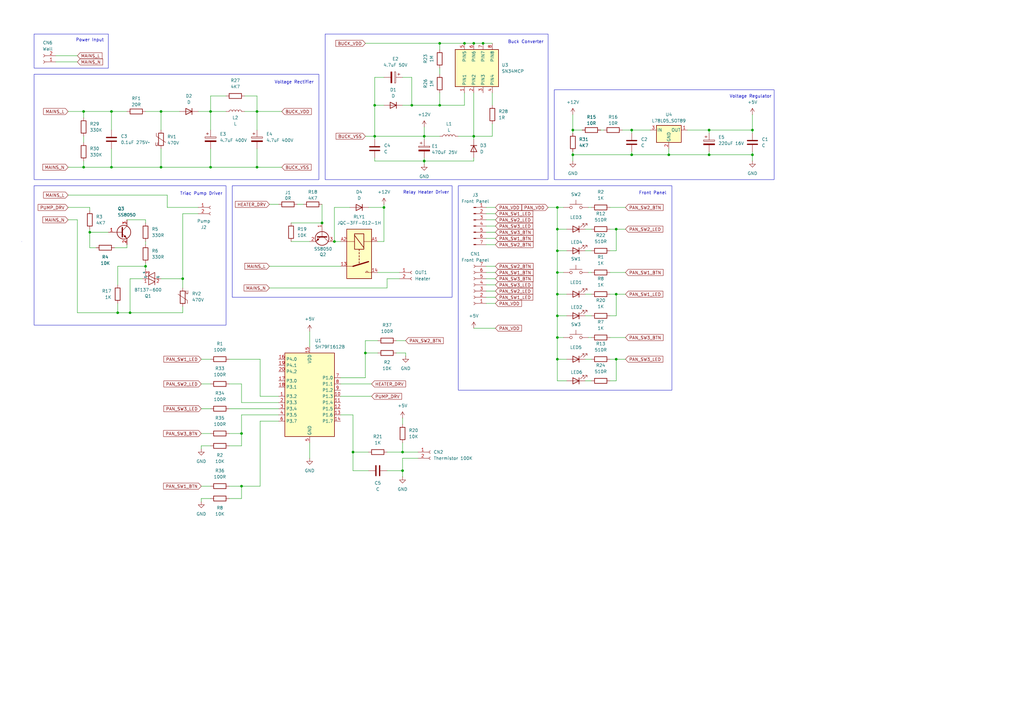
<source format=kicad_sch>
(kicad_sch
	(version 20250114)
	(generator "eeschema")
	(generator_version "9.0")
	(uuid "530eada5-25d8-40dc-844a-b972f0c7cdfb")
	(paper "A3")
	(title_block
		(title "Delimano CM5013C-CE / Kitfort KT-739")
		(date "2025-03-01")
		(rev "1")
		(comment 2 "Sophia sophia@soffee.space")
	)
	
	(rectangle
		(start 13.97 76.2)
		(end 92.71 133.35)
		(stroke
			(width 0)
			(type default)
		)
		(fill
			(type none)
		)
		(uuid 0ef22e54-b7ec-4e5a-ab11-0df4fde7d9a3)
	)
	(rectangle
		(start 13.97 30.48)
		(end 130.81 73.66)
		(stroke
			(width 0)
			(type default)
		)
		(fill
			(type none)
		)
		(uuid 19631ebb-ea14-429a-b8ac-4c6122288c96)
	)
	(rectangle
		(start 133.35 13.97)
		(end 224.79 73.66)
		(stroke
			(width 0)
			(type default)
		)
		(fill
			(type none)
		)
		(uuid 684b4a93-ad6f-41f9-96b4-e2fb9227c3a0)
	)
	(rectangle
		(start 187.96 76.2)
		(end 275.59 160.02)
		(stroke
			(width 0)
			(type default)
		)
		(fill
			(type none)
		)
		(uuid 704ca3f2-851b-45cc-bb96-cebb5c9684dc)
	)
	(rectangle
		(start 8.89 99.06)
		(end 8.89 99.06)
		(stroke
			(width 0)
			(type default)
		)
		(fill
			(type none)
		)
		(uuid 7fe7d1c7-75b5-426c-9146-26b5465e236c)
	)
	(rectangle
		(start 13.97 13.97)
		(end 44.45 27.94)
		(stroke
			(width 0)
			(type default)
		)
		(fill
			(type none)
		)
		(uuid 8672062c-7dea-41aa-9521-0b9760a3c7d5)
	)
	(rectangle
		(start 95.25 76.2)
		(end 185.42 121.92)
		(stroke
			(width 0)
			(type default)
		)
		(fill
			(type none)
		)
		(uuid c6af143f-f39d-46d0-88d3-a324c5aff74c)
	)
	(rectangle
		(start 227.33 36.83)
		(end 317.5 73.66)
		(stroke
			(width 0)
			(type default)
		)
		(fill
			(type none)
		)
		(uuid dadd35c8-d72c-4447-b2ac-370a690b7a64)
	)
	(text "Buck Converter"
		(exclude_from_sim no)
		(at 215.646 17.272 0)
		(effects
			(font
				(size 1.27 1.27)
			)
		)
		(uuid "2b02a8cb-147a-44c2-adf7-d81fe290012c")
	)
	(text "Voltage Rectifier"
		(exclude_from_sim no)
		(at 120.65 33.782 0)
		(effects
			(font
				(size 1.27 1.27)
			)
		)
		(uuid "377ab834-d57a-46e7-b7c0-00c26359e2ba")
	)
	(text "Triac Pump Driver"
		(exclude_from_sim no)
		(at 82.55 79.502 0)
		(effects
			(font
				(size 1.27 1.27)
			)
		)
		(uuid "80497e06-0059-461b-a08a-d02e5b14fe25")
	)
	(text "Voltage Regulator"
		(exclude_from_sim no)
		(at 307.848 39.624 0)
		(effects
			(font
				(size 1.27 1.27)
			)
		)
		(uuid "8fdf73d6-c001-4056-9506-19fda97248b6")
	)
	(text "Front Panel"
		(exclude_from_sim no)
		(at 267.716 79.248 0)
		(effects
			(font
				(size 1.27 1.27)
			)
		)
		(uuid "9122a5d5-d5c6-4b52-bdd4-c9e32f6e141e")
	)
	(text "Power Input"
		(exclude_from_sim no)
		(at 36.83 16.51 0)
		(effects
			(font
				(size 1.27 1.27)
			)
		)
		(uuid "9f06cfa6-eee3-461b-87c3-d6f19ed9861c")
	)
	(text "Relay Heater Driver"
		(exclude_from_sim no)
		(at 174.752 78.994 0)
		(effects
			(font
				(size 1.27 1.27)
			)
		)
		(uuid "f0436f75-0865-403a-8e42-4e004f1b6363")
	)
	(junction
		(at 228.6 147.32)
		(diameter 0)
		(color 0 0 0 0)
		(uuid "0179612c-f3a9-4899-8973-a48009c9c733")
	)
	(junction
		(at 36.83 95.25)
		(diameter 0)
		(color 0 0 0 0)
		(uuid "06632ec1-1e10-4d36-9191-4d4d2d32cfb2")
	)
	(junction
		(at 53.34 128.27)
		(diameter 0)
		(color 0 0 0 0)
		(uuid "092ce260-896a-4dea-95d7-07d4618875af")
	)
	(junction
		(at 86.36 68.58)
		(diameter 0)
		(color 0 0 0 0)
		(uuid "0a863857-9e19-45dc-94f1-225832cd64b5")
	)
	(junction
		(at 234.95 63.5)
		(diameter 0)
		(color 0 0 0 0)
		(uuid "109253fa-fb98-489c-9a16-7eddbd27910b")
	)
	(junction
		(at 252.73 147.32)
		(diameter 0)
		(color 0 0 0 0)
		(uuid "10de11b1-d791-46c6-b5f1-6ebd84ccb16f")
	)
	(junction
		(at 194.31 17.78)
		(diameter 0)
		(color 0 0 0 0)
		(uuid "1bb3f826-4935-4180-900c-c4dad1e03844")
	)
	(junction
		(at 228.6 102.87)
		(diameter 0)
		(color 0 0 0 0)
		(uuid "29ba000d-6bd4-4f93-bceb-9bcff86abaa4")
	)
	(junction
		(at 66.04 45.72)
		(diameter 0)
		(color 0 0 0 0)
		(uuid "2b5b98d9-d3dc-4bef-aee9-3a04f9168720")
	)
	(junction
		(at 34.29 45.72)
		(diameter 0)
		(color 0 0 0 0)
		(uuid "2f82874e-7cbb-4af3-a66c-669e3611e1bf")
	)
	(junction
		(at 228.6 111.76)
		(diameter 0)
		(color 0 0 0 0)
		(uuid "304845a0-f0d3-448b-a34d-8173a99af785")
	)
	(junction
		(at 194.31 55.88)
		(diameter 0)
		(color 0 0 0 0)
		(uuid "33256ad9-b7a1-44f7-b59e-0ae04b5d18ee")
	)
	(junction
		(at 234.95 53.34)
		(diameter 0)
		(color 0 0 0 0)
		(uuid "3edfbdd8-04b9-47c3-8c52-1b31a66669d3")
	)
	(junction
		(at 228.6 120.65)
		(diameter 0)
		(color 0 0 0 0)
		(uuid "49269265-8bc3-4b53-8165-7d1bd041b556")
	)
	(junction
		(at 290.83 63.5)
		(diameter 0)
		(color 0 0 0 0)
		(uuid "4ef82a33-9a24-4a24-be03-c1bdf4ed7a31")
	)
	(junction
		(at 290.83 53.34)
		(diameter 0)
		(color 0 0 0 0)
		(uuid "5104be1d-47d6-4ac7-bc76-6df5fab9fe6e")
	)
	(junction
		(at 105.41 45.72)
		(diameter 0)
		(color 0 0 0 0)
		(uuid "55daa0c0-b1f4-41d0-b0f5-004e318430cd")
	)
	(junction
		(at 228.6 93.98)
		(diameter 0)
		(color 0 0 0 0)
		(uuid "5f221a7b-55b5-41dc-b36a-773250987e2c")
	)
	(junction
		(at 45.72 45.72)
		(diameter 0)
		(color 0 0 0 0)
		(uuid "61562046-984f-4d67-af06-110658c78876")
	)
	(junction
		(at 168.91 43.18)
		(diameter 0)
		(color 0 0 0 0)
		(uuid "6867e0ab-254b-4460-bd46-9df946abad31")
	)
	(junction
		(at 190.5 17.78)
		(diameter 0)
		(color 0 0 0 0)
		(uuid "6b09d265-52f8-4d5e-a74e-a95e337d42d5")
	)
	(junction
		(at 99.06 199.39)
		(diameter 0)
		(color 0 0 0 0)
		(uuid "6fe90049-36e1-4eb9-a87b-443066a79b85")
	)
	(junction
		(at 157.48 85.09)
		(diameter 0)
		(color 0 0 0 0)
		(uuid "757f7c84-c6da-4bb0-9416-1844b32ee635")
	)
	(junction
		(at 149.86 144.78)
		(diameter 0)
		(color 0 0 0 0)
		(uuid "7912cd5a-3480-4ace-b13c-5e9761335660")
	)
	(junction
		(at 48.26 128.27)
		(diameter 0)
		(color 0 0 0 0)
		(uuid "79ea7527-e71f-4a32-a7b8-32b829975e96")
	)
	(junction
		(at 137.16 99.06)
		(diameter 0)
		(color 0 0 0 0)
		(uuid "7b7c82ce-09f4-42fa-943b-86bd4073f50b")
	)
	(junction
		(at 228.6 129.54)
		(diameter 0)
		(color 0 0 0 0)
		(uuid "7d263018-28ac-4460-83e5-f6784bf28d6c")
	)
	(junction
		(at 99.06 177.8)
		(diameter 0)
		(color 0 0 0 0)
		(uuid "7fa83f3d-94e3-410d-918a-c0e9400488b2")
	)
	(junction
		(at 105.41 68.58)
		(diameter 0)
		(color 0 0 0 0)
		(uuid "81937917-45f2-4c22-a959-83a35328ad46")
	)
	(junction
		(at 259.08 63.5)
		(diameter 0)
		(color 0 0 0 0)
		(uuid "90a3168e-a1b3-42c5-ac50-801fb7de64d0")
	)
	(junction
		(at 34.29 68.58)
		(diameter 0)
		(color 0 0 0 0)
		(uuid "94bce0cc-5e99-4c0c-b52a-f82ecdb93a7c")
	)
	(junction
		(at 308.61 63.5)
		(diameter 0)
		(color 0 0 0 0)
		(uuid "956d2e7c-d876-4cfa-836c-f97911dd6ea2")
	)
	(junction
		(at 173.99 55.88)
		(diameter 0)
		(color 0 0 0 0)
		(uuid "97ed61d1-dc9c-4426-afc0-6776f4617521")
	)
	(junction
		(at 252.73 93.98)
		(diameter 0)
		(color 0 0 0 0)
		(uuid "99243cb5-8a02-4b26-9e56-595a90625030")
	)
	(junction
		(at 259.08 53.34)
		(diameter 0)
		(color 0 0 0 0)
		(uuid "9b4b4bd7-9941-43ad-a2ba-c51e702d5125")
	)
	(junction
		(at 198.12 17.78)
		(diameter 0)
		(color 0 0 0 0)
		(uuid "a3d836e1-e6ab-4653-ae8d-c87555478b7a")
	)
	(junction
		(at 165.1 185.42)
		(diameter 0)
		(color 0 0 0 0)
		(uuid "a77655ce-70c0-4353-bceb-7404806cb6b7")
	)
	(junction
		(at 132.08 91.44)
		(diameter 0)
		(color 0 0 0 0)
		(uuid "a9e83a42-7e65-4584-9e00-321ed8e2398b")
	)
	(junction
		(at 165.1 193.04)
		(diameter 0)
		(color 0 0 0 0)
		(uuid "b757e0e6-082b-4252-987a-321d3caf6ee2")
	)
	(junction
		(at 66.04 68.58)
		(diameter 0)
		(color 0 0 0 0)
		(uuid "b8c1ff18-0a77-4c17-8f9f-25db3ecb5b7e")
	)
	(junction
		(at 228.6 138.43)
		(diameter 0)
		(color 0 0 0 0)
		(uuid "bafc51c8-3828-4a34-b181-82f4ce006827")
	)
	(junction
		(at 86.36 45.72)
		(diameter 0)
		(color 0 0 0 0)
		(uuid "cb7db8ba-85e0-4649-b5aa-3de10a1cccd6")
	)
	(junction
		(at 274.32 63.5)
		(diameter 0)
		(color 0 0 0 0)
		(uuid "d02447aa-2d7e-466f-ada4-2f085897a1e1")
	)
	(junction
		(at 45.72 68.58)
		(diameter 0)
		(color 0 0 0 0)
		(uuid "d107d00c-9080-45ea-af89-9000c7e739fe")
	)
	(junction
		(at 153.67 55.88)
		(diameter 0)
		(color 0 0 0 0)
		(uuid "d591e103-1e7b-4c73-b762-2981adb16c33")
	)
	(junction
		(at 153.67 43.18)
		(diameter 0)
		(color 0 0 0 0)
		(uuid "e9089f1e-15cc-4781-8fd5-367f1e35a306")
	)
	(junction
		(at 173.99 66.04)
		(diameter 0)
		(color 0 0 0 0)
		(uuid "ec61640c-68a6-4d4b-9d09-5f7c10232d06")
	)
	(junction
		(at 228.6 85.09)
		(diameter 0)
		(color 0 0 0 0)
		(uuid "eca150e8-30bb-4518-bf25-d12a07cc1630")
	)
	(junction
		(at 180.34 43.18)
		(diameter 0)
		(color 0 0 0 0)
		(uuid "ee9b8fa6-8f15-4079-9503-d85acae9b2a6")
	)
	(junction
		(at 252.73 120.65)
		(diameter 0)
		(color 0 0 0 0)
		(uuid "f3b3601b-7f90-424d-9fbf-9f9cf91cefc7")
	)
	(junction
		(at 59.69 109.22)
		(diameter 0)
		(color 0 0 0 0)
		(uuid "f4525c3f-e309-45f9-97cf-e4a6d0646118")
	)
	(junction
		(at 180.34 17.78)
		(diameter 0)
		(color 0 0 0 0)
		(uuid "f51f1456-5466-4737-8a41-0c684973fcd8")
	)
	(junction
		(at 144.78 185.42)
		(diameter 0)
		(color 0 0 0 0)
		(uuid "fbf8dddb-e4a4-4e64-b58f-155ad19173a4")
	)
	(junction
		(at 74.93 114.3)
		(diameter 0)
		(color 0 0 0 0)
		(uuid "fd0ff61c-4e27-482f-89eb-f53fc426ea6f")
	)
	(junction
		(at 308.61 53.34)
		(diameter 0)
		(color 0 0 0 0)
		(uuid "fd56bf22-212d-4357-9d64-f22de8bd9925")
	)
	(wire
		(pts
			(xy 199.39 116.84) (xy 203.2 116.84)
		)
		(stroke
			(width 0)
			(type default)
		)
		(uuid "015cbcc4-6d79-4912-bec1-7e4558978fe8")
	)
	(wire
		(pts
			(xy 180.34 20.32) (xy 180.34 17.78)
		)
		(stroke
			(width 0)
			(type default)
		)
		(uuid "02963565-e45e-45a5-ad81-32d0f0b33d77")
	)
	(wire
		(pts
			(xy 59.69 109.22) (xy 59.69 110.49)
		)
		(stroke
			(width 0)
			(type default)
		)
		(uuid "02d5936b-df26-46fc-80b6-97f4da9a75ed")
	)
	(wire
		(pts
			(xy 199.39 114.3) (xy 203.2 114.3)
		)
		(stroke
			(width 0)
			(type default)
		)
		(uuid "02f995cd-7e02-4325-bcf1-8f92b2e8fb0b")
	)
	(wire
		(pts
			(xy 166.37 144.78) (xy 162.56 144.78)
		)
		(stroke
			(width 0)
			(type default)
		)
		(uuid "035a8aaa-ac4e-4beb-96a5-579411d82304")
	)
	(wire
		(pts
			(xy 234.95 54.61) (xy 234.95 53.34)
		)
		(stroke
			(width 0)
			(type default)
		)
		(uuid "03799924-941b-48b4-9c76-c65769048772")
	)
	(wire
		(pts
			(xy 199.39 95.25) (xy 203.2 95.25)
		)
		(stroke
			(width 0)
			(type default)
		)
		(uuid "037c705f-c442-4ba5-b990-de448ffac226")
	)
	(wire
		(pts
			(xy 31.75 128.27) (xy 48.26 128.27)
		)
		(stroke
			(width 0)
			(type default)
		)
		(uuid "04f0ecfa-2da0-4a32-9634-ee201ee4aa55")
	)
	(wire
		(pts
			(xy 241.3 138.43) (xy 242.57 138.43)
		)
		(stroke
			(width 0)
			(type default)
		)
		(uuid "056caedf-cee9-44e4-b075-e7693a79d207")
	)
	(wire
		(pts
			(xy 241.3 85.09) (xy 242.57 85.09)
		)
		(stroke
			(width 0)
			(type default)
		)
		(uuid "07528fae-72f6-4978-bb40-6e7e77c3c979")
	)
	(wire
		(pts
			(xy 144.78 170.18) (xy 144.78 185.42)
		)
		(stroke
			(width 0)
			(type default)
		)
		(uuid "088968a0-a1c2-46bb-9f49-2904d5e3c4ce")
	)
	(wire
		(pts
			(xy 240.03 147.32) (xy 242.57 147.32)
		)
		(stroke
			(width 0)
			(type default)
		)
		(uuid "08bd1775-87f1-4211-a3ca-e2ca17e8090d")
	)
	(wire
		(pts
			(xy 34.29 48.26) (xy 34.29 45.72)
		)
		(stroke
			(width 0)
			(type default)
		)
		(uuid "0a3eca1e-baca-4ce2-ba91-218e995e59b0")
	)
	(wire
		(pts
			(xy 93.98 182.88) (xy 99.06 182.88)
		)
		(stroke
			(width 0)
			(type default)
		)
		(uuid "0ebffb8a-2015-4b56-bed6-763117809ef5")
	)
	(wire
		(pts
			(xy 252.73 147.32) (xy 256.54 147.32)
		)
		(stroke
			(width 0)
			(type default)
		)
		(uuid "0edf8ccd-85df-4319-9ea1-082d9f8246d8")
	)
	(wire
		(pts
			(xy 36.83 95.25) (xy 36.83 101.6)
		)
		(stroke
			(width 0)
			(type default)
		)
		(uuid "0ee72d01-d313-41b2-9138-43051f81b7d1")
	)
	(wire
		(pts
			(xy 274.32 63.5) (xy 290.83 63.5)
		)
		(stroke
			(width 0)
			(type default)
		)
		(uuid "10193a0c-8dfd-424e-822f-89e8c73e6689")
	)
	(wire
		(pts
			(xy 82.55 204.47) (xy 86.36 204.47)
		)
		(stroke
			(width 0)
			(type default)
		)
		(uuid "10c6cd3f-ef53-44b0-97c9-58c5af875ea6")
	)
	(wire
		(pts
			(xy 139.7 162.56) (xy 152.4 162.56)
		)
		(stroke
			(width 0)
			(type default)
		)
		(uuid "12517ec9-3754-42a5-b288-c542ae3251c5")
	)
	(wire
		(pts
			(xy 250.19 111.76) (xy 256.54 111.76)
		)
		(stroke
			(width 0)
			(type default)
		)
		(uuid "12894729-4aa6-4cbb-bd84-a6fcb0cbcb17")
	)
	(wire
		(pts
			(xy 228.6 120.65) (xy 232.41 120.65)
		)
		(stroke
			(width 0)
			(type default)
		)
		(uuid "14d781b2-1317-4601-8cba-ffb1b89e8de0")
	)
	(wire
		(pts
			(xy 82.55 177.8) (xy 86.36 177.8)
		)
		(stroke
			(width 0)
			(type default)
		)
		(uuid "169106ca-8ee5-4bf2-a912-29fe451864c2")
	)
	(wire
		(pts
			(xy 82.55 182.88) (xy 86.36 182.88)
		)
		(stroke
			(width 0)
			(type default)
		)
		(uuid "16dac07d-8ed3-497b-9aeb-477bf4fb3a17")
	)
	(wire
		(pts
			(xy 252.73 93.98) (xy 252.73 102.87)
		)
		(stroke
			(width 0)
			(type default)
		)
		(uuid "18f25b4f-a75e-4782-9df7-4ce4cf45d5a9")
	)
	(wire
		(pts
			(xy 180.34 38.1) (xy 180.34 43.18)
		)
		(stroke
			(width 0)
			(type default)
		)
		(uuid "199270df-248e-46db-a2ae-8028cd4903d2")
	)
	(wire
		(pts
			(xy 92.71 45.72) (xy 86.36 45.72)
		)
		(stroke
			(width 0)
			(type default)
		)
		(uuid "1a68b056-8b11-48ca-8452-4c8d9fc89e3f")
	)
	(wire
		(pts
			(xy 252.73 102.87) (xy 250.19 102.87)
		)
		(stroke
			(width 0)
			(type default)
		)
		(uuid "1b49d44c-6c24-4520-9348-48b819506c31")
	)
	(wire
		(pts
			(xy 106.68 172.72) (xy 106.68 199.39)
		)
		(stroke
			(width 0)
			(type default)
		)
		(uuid "1c78ad6f-654a-4af0-b7e3-40c34629a9fc")
	)
	(wire
		(pts
			(xy 308.61 62.23) (xy 308.61 63.5)
		)
		(stroke
			(width 0)
			(type default)
		)
		(uuid "1f2de23b-ea8b-44e5-b3f2-917044a28f31")
	)
	(wire
		(pts
			(xy 127 135.89) (xy 127 142.24)
		)
		(stroke
			(width 0)
			(type default)
		)
		(uuid "1f541454-df12-4399-9a2a-7f4369419828")
	)
	(wire
		(pts
			(xy 127 181.61) (xy 127 187.96)
		)
		(stroke
			(width 0)
			(type default)
		)
		(uuid "1fd76254-87a7-4350-93a5-7a188137221e")
	)
	(wire
		(pts
			(xy 86.36 68.58) (xy 105.41 68.58)
		)
		(stroke
			(width 0)
			(type default)
		)
		(uuid "2138bef2-af09-4aea-84be-11d02cbbe97e")
	)
	(wire
		(pts
			(xy 143.51 85.09) (xy 137.16 85.09)
		)
		(stroke
			(width 0)
			(type default)
		)
		(uuid "21548ba3-f998-4670-a7e9-c373d3145611")
	)
	(wire
		(pts
			(xy 199.39 109.22) (xy 203.2 109.22)
		)
		(stroke
			(width 0)
			(type default)
		)
		(uuid "21898732-7f39-4817-bb5e-468450f3e5aa")
	)
	(wire
		(pts
			(xy 173.99 66.04) (xy 194.31 66.04)
		)
		(stroke
			(width 0)
			(type default)
		)
		(uuid "2300923f-1613-41cb-a667-edd775ed92dc")
	)
	(wire
		(pts
			(xy 36.83 93.98) (xy 36.83 95.25)
		)
		(stroke
			(width 0)
			(type default)
		)
		(uuid "2357aabe-b24a-4c4c-b7db-2fff47105014")
	)
	(wire
		(pts
			(xy 190.5 43.18) (xy 190.5 38.1)
		)
		(stroke
			(width 0)
			(type default)
		)
		(uuid "263392ff-2e14-4e2b-96fc-1a5d761db003")
	)
	(wire
		(pts
			(xy 241.3 111.76) (xy 242.57 111.76)
		)
		(stroke
			(width 0)
			(type default)
		)
		(uuid "263dda55-10b8-4585-8355-59730dbd5492")
	)
	(wire
		(pts
			(xy 82.55 199.39) (xy 86.36 199.39)
		)
		(stroke
			(width 0)
			(type default)
		)
		(uuid "26420f65-36eb-461a-802f-14d50e1e2045")
	)
	(wire
		(pts
			(xy 93.98 177.8) (xy 99.06 177.8)
		)
		(stroke
			(width 0)
			(type default)
		)
		(uuid "264bd421-3004-402a-a189-86d3aed0a02a")
	)
	(wire
		(pts
			(xy 86.36 45.72) (xy 86.36 53.34)
		)
		(stroke
			(width 0)
			(type default)
		)
		(uuid "26d1eabb-de5b-4651-a255-618101ada77b")
	)
	(wire
		(pts
			(xy 234.95 63.5) (xy 259.08 63.5)
		)
		(stroke
			(width 0)
			(type default)
		)
		(uuid "2765638c-88a2-4452-995b-5c32e79e4774")
	)
	(wire
		(pts
			(xy 228.6 111.76) (xy 228.6 120.65)
		)
		(stroke
			(width 0)
			(type default)
		)
		(uuid "27e10f25-aa56-4678-993d-460ebcc10974")
	)
	(wire
		(pts
			(xy 228.6 156.21) (xy 232.41 156.21)
		)
		(stroke
			(width 0)
			(type default)
		)
		(uuid "2bd836ac-8c3b-44c0-ab2e-3efbc0c55cfa")
	)
	(wire
		(pts
			(xy 194.31 57.15) (xy 194.31 55.88)
		)
		(stroke
			(width 0)
			(type default)
		)
		(uuid "2c162c72-6611-48e0-acf6-3c8d0cf90136")
	)
	(wire
		(pts
			(xy 45.72 68.58) (xy 45.72 60.96)
		)
		(stroke
			(width 0)
			(type default)
		)
		(uuid "2d06d88d-3f90-4571-8168-282e4a6b4d0e")
	)
	(wire
		(pts
			(xy 52.07 101.6) (xy 52.07 100.33)
		)
		(stroke
			(width 0)
			(type default)
		)
		(uuid "2d634990-4b17-4d2d-b04e-418ac54f84b9")
	)
	(wire
		(pts
			(xy 105.41 45.72) (xy 115.57 45.72)
		)
		(stroke
			(width 0)
			(type default)
		)
		(uuid "2eb09d52-06ab-4f3b-9cdd-8cb1ef4e88b4")
	)
	(wire
		(pts
			(xy 158.75 114.3) (xy 163.83 114.3)
		)
		(stroke
			(width 0)
			(type default)
		)
		(uuid "326ab97e-df54-4fbb-a192-3bebfd06fb78")
	)
	(wire
		(pts
			(xy 153.67 43.18) (xy 153.67 55.88)
		)
		(stroke
			(width 0)
			(type default)
		)
		(uuid "32790f4b-0a2d-460e-a52f-e0d2d6c43c6e")
	)
	(wire
		(pts
			(xy 36.83 101.6) (xy 39.37 101.6)
		)
		(stroke
			(width 0)
			(type default)
		)
		(uuid "340f2c40-c0c6-419c-af60-c3458ddeda58")
	)
	(wire
		(pts
			(xy 308.61 53.34) (xy 308.61 46.99)
		)
		(stroke
			(width 0)
			(type default)
		)
		(uuid "36de8245-1ac1-489b-b507-365e56d206fa")
	)
	(wire
		(pts
			(xy 74.93 114.3) (xy 74.93 118.11)
		)
		(stroke
			(width 0)
			(type default)
		)
		(uuid "37fb54ad-3cd1-405d-a189-6d25b8a7bf79")
	)
	(wire
		(pts
			(xy 308.61 63.5) (xy 290.83 63.5)
		)
		(stroke
			(width 0)
			(type default)
		)
		(uuid "38880fdf-8546-4b27-934a-8958ad1380d3")
	)
	(wire
		(pts
			(xy 290.83 53.34) (xy 290.83 54.61)
		)
		(stroke
			(width 0)
			(type default)
		)
		(uuid "38b39ebd-e2a9-460e-9a8f-4ee203534899")
	)
	(wire
		(pts
			(xy 27.94 45.72) (xy 34.29 45.72)
		)
		(stroke
			(width 0)
			(type default)
		)
		(uuid "394bf02b-6f3e-4dd6-bd6c-51c9e4748470")
	)
	(wire
		(pts
			(xy 139.7 170.18) (xy 144.78 170.18)
		)
		(stroke
			(width 0)
			(type default)
		)
		(uuid "39f861f0-1896-4934-8845-821d6b441b10")
	)
	(wire
		(pts
			(xy 151.13 193.04) (xy 144.78 193.04)
		)
		(stroke
			(width 0)
			(type default)
		)
		(uuid "3b3e0161-9dbe-4054-a503-885419621e44")
	)
	(wire
		(pts
			(xy 252.73 93.98) (xy 256.54 93.98)
		)
		(stroke
			(width 0)
			(type default)
		)
		(uuid "3f5455a9-4963-496e-9926-755731830a83")
	)
	(wire
		(pts
			(xy 68.58 80.01) (xy 68.58 85.09)
		)
		(stroke
			(width 0)
			(type default)
		)
		(uuid "408fc993-24a4-400a-9562-6cf5d415bb94")
	)
	(wire
		(pts
			(xy 132.08 83.82) (xy 132.08 91.44)
		)
		(stroke
			(width 0)
			(type default)
		)
		(uuid "44bcf565-3474-440c-89ed-be6a4b1092bd")
	)
	(wire
		(pts
			(xy 194.31 38.1) (xy 194.31 55.88)
		)
		(stroke
			(width 0)
			(type default)
		)
		(uuid "4674e5fa-3774-42c9-8500-71000da970aa")
	)
	(wire
		(pts
			(xy 31.75 90.17) (xy 31.75 128.27)
		)
		(stroke
			(width 0)
			(type default)
		)
		(uuid "46b60689-f371-47c9-8c58-7a409a7ab382")
	)
	(wire
		(pts
			(xy 199.39 100.33) (xy 203.2 100.33)
		)
		(stroke
			(width 0)
			(type default)
		)
		(uuid "46d17149-8149-4c58-91ca-14ffc8e67a1f")
	)
	(wire
		(pts
			(xy 240.03 129.54) (xy 242.57 129.54)
		)
		(stroke
			(width 0)
			(type default)
		)
		(uuid "47cf2756-4e3b-483e-bead-a7c575c22275")
	)
	(wire
		(pts
			(xy 199.39 119.38) (xy 203.2 119.38)
		)
		(stroke
			(width 0)
			(type default)
		)
		(uuid "47f4a353-f860-4e7f-b406-975ae28cb2da")
	)
	(wire
		(pts
			(xy 173.99 52.07) (xy 173.99 55.88)
		)
		(stroke
			(width 0)
			(type default)
		)
		(uuid "4809671a-38c4-4d6e-b612-4353ae826822")
	)
	(wire
		(pts
			(xy 48.26 124.46) (xy 48.26 128.27)
		)
		(stroke
			(width 0)
			(type default)
		)
		(uuid "4864e440-103e-4767-84e5-320a6f30d519")
	)
	(wire
		(pts
			(xy 27.94 85.09) (xy 36.83 85.09)
		)
		(stroke
			(width 0)
			(type default)
		)
		(uuid "4a13414e-70b4-49a8-bae7-e61fea91eeaa")
	)
	(wire
		(pts
			(xy 234.95 46.99) (xy 234.95 53.34)
		)
		(stroke
			(width 0)
			(type default)
		)
		(uuid "4a1b3876-0d0d-4de8-a11b-fe11b977f9b4")
	)
	(wire
		(pts
			(xy 153.67 55.88) (xy 173.99 55.88)
		)
		(stroke
			(width 0)
			(type default)
		)
		(uuid "4ad25857-68bf-4d17-b913-5cfedbd7267b")
	)
	(wire
		(pts
			(xy 259.08 53.34) (xy 259.08 54.61)
		)
		(stroke
			(width 0)
			(type default)
		)
		(uuid "4b7953dd-1147-46ae-a068-8aac58d42c3d")
	)
	(wire
		(pts
			(xy 173.99 55.88) (xy 180.34 55.88)
		)
		(stroke
			(width 0)
			(type default)
		)
		(uuid "4bd78cfa-6b01-4560-b94d-c43067c717e4")
	)
	(wire
		(pts
			(xy 259.08 63.5) (xy 274.32 63.5)
		)
		(stroke
			(width 0)
			(type default)
		)
		(uuid "4d094095-b172-4e64-aead-2ab5478ee890")
	)
	(wire
		(pts
			(xy 149.86 139.7) (xy 149.86 144.78)
		)
		(stroke
			(width 0)
			(type default)
		)
		(uuid "4dcf545c-1cfa-42fa-b95f-b0a7ade2a636")
	)
	(wire
		(pts
			(xy 66.04 45.72) (xy 59.69 45.72)
		)
		(stroke
			(width 0)
			(type default)
		)
		(uuid "4ebffc46-4bd2-48d2-b3de-e2b905f609d2")
	)
	(wire
		(pts
			(xy 137.16 99.06) (xy 139.7 99.06)
		)
		(stroke
			(width 0)
			(type default)
		)
		(uuid "4f4a1b38-5729-4cd3-8e95-3ba268e76f18")
	)
	(wire
		(pts
			(xy 203.2 134.62) (xy 194.31 134.62)
		)
		(stroke
			(width 0)
			(type default)
		)
		(uuid "50bc824d-b5d4-42de-8af5-2f58ba58694f")
	)
	(wire
		(pts
			(xy 34.29 66.04) (xy 34.29 68.58)
		)
		(stroke
			(width 0)
			(type default)
		)
		(uuid "546caab1-da32-4058-a25a-7baf59015acd")
	)
	(wire
		(pts
			(xy 154.94 99.06) (xy 157.48 99.06)
		)
		(stroke
			(width 0)
			(type default)
		)
		(uuid "55acfc1c-2704-467c-8bac-a13588f4f778")
	)
	(wire
		(pts
			(xy 308.61 53.34) (xy 290.83 53.34)
		)
		(stroke
			(width 0)
			(type default)
		)
		(uuid "55b05dca-22f6-4785-9f65-394611d80f65")
	)
	(wire
		(pts
			(xy 36.83 95.25) (xy 44.45 95.25)
		)
		(stroke
			(width 0)
			(type default)
		)
		(uuid "573a8ed5-d5ad-41ea-946b-7669a87a71ff")
	)
	(wire
		(pts
			(xy 66.04 45.72) (xy 73.66 45.72)
		)
		(stroke
			(width 0)
			(type default)
		)
		(uuid "57521048-7c2b-42de-9726-6f5067a69080")
	)
	(wire
		(pts
			(xy 82.55 147.32) (xy 86.36 147.32)
		)
		(stroke
			(width 0)
			(type default)
		)
		(uuid "59b03283-73b2-4644-8456-179a565e44be")
	)
	(wire
		(pts
			(xy 240.03 93.98) (xy 242.57 93.98)
		)
		(stroke
			(width 0)
			(type default)
		)
		(uuid "5b614e73-9d8f-4405-a8d5-ad82d4517fcd")
	)
	(wire
		(pts
			(xy 68.58 85.09) (xy 81.28 85.09)
		)
		(stroke
			(width 0)
			(type default)
		)
		(uuid "5cf504cb-0af4-4935-a533-845ddbfceaf3")
	)
	(wire
		(pts
			(xy 290.83 63.5) (xy 290.83 62.23)
		)
		(stroke
			(width 0)
			(type default)
		)
		(uuid "5dcd283c-4151-4063-a85e-048d9b5cfa5e")
	)
	(wire
		(pts
			(xy 228.6 120.65) (xy 228.6 129.54)
		)
		(stroke
			(width 0)
			(type default)
		)
		(uuid "5f24b464-6ab0-487c-929c-578e559e3652")
	)
	(wire
		(pts
			(xy 165.1 187.96) (xy 171.45 187.96)
		)
		(stroke
			(width 0)
			(type default)
		)
		(uuid "5f7e9ce1-c455-4b51-8ab9-2473bc32c8a2")
	)
	(wire
		(pts
			(xy 246.38 53.34) (xy 247.65 53.34)
		)
		(stroke
			(width 0)
			(type default)
		)
		(uuid "60109f4e-fcd0-4e17-b6f8-ce41e7c1d2d4")
	)
	(wire
		(pts
			(xy 106.68 199.39) (xy 99.06 199.39)
		)
		(stroke
			(width 0)
			(type default)
		)
		(uuid "6117beb9-d862-47cd-9f81-a44340fa4360")
	)
	(wire
		(pts
			(xy 252.73 120.65) (xy 250.19 120.65)
		)
		(stroke
			(width 0)
			(type default)
		)
		(uuid "615cc5c2-9324-4279-bf98-38b9bbc06799")
	)
	(wire
		(pts
			(xy 199.39 124.46) (xy 203.2 124.46)
		)
		(stroke
			(width 0)
			(type default)
		)
		(uuid "63e6fd0a-ca29-4480-9471-0e34f9da212f")
	)
	(wire
		(pts
			(xy 199.39 85.09) (xy 203.2 85.09)
		)
		(stroke
			(width 0)
			(type default)
		)
		(uuid "64a86998-f774-4ae8-8147-7fa8c74f903f")
	)
	(wire
		(pts
			(xy 199.39 121.92) (xy 203.2 121.92)
		)
		(stroke
			(width 0)
			(type default)
		)
		(uuid "651b6be9-0f1e-4cc1-a9fb-32bbf18aee87")
	)
	(wire
		(pts
			(xy 45.72 45.72) (xy 45.72 53.34)
		)
		(stroke
			(width 0)
			(type default)
		)
		(uuid "65725170-c79c-49ef-8c4c-980d4a32802b")
	)
	(wire
		(pts
			(xy 199.39 111.76) (xy 203.2 111.76)
		)
		(stroke
			(width 0)
			(type default)
		)
		(uuid "659865de-f7d1-4af2-bcdb-5d6c0a5f1ea4")
	)
	(wire
		(pts
			(xy 66.04 60.96) (xy 66.04 68.58)
		)
		(stroke
			(width 0)
			(type default)
		)
		(uuid "66a09ede-9af8-4205-9b59-c3e1405d23fc")
	)
	(wire
		(pts
			(xy 115.57 68.58) (xy 105.41 68.58)
		)
		(stroke
			(width 0)
			(type default)
		)
		(uuid "66a8a5f7-9c36-4c25-a05a-91114a4f85c1")
	)
	(wire
		(pts
			(xy 34.29 55.88) (xy 34.29 58.42)
		)
		(stroke
			(width 0)
			(type default)
		)
		(uuid "6780e784-385f-497f-9bc6-83c78a406753")
	)
	(wire
		(pts
			(xy 252.73 129.54) (xy 250.19 129.54)
		)
		(stroke
			(width 0)
			(type default)
		)
		(uuid "68e0ad1b-3aa9-44a8-8ae6-4cabdf1beb36")
	)
	(wire
		(pts
			(xy 139.7 157.48) (xy 152.4 157.48)
		)
		(stroke
			(width 0)
			(type default)
		)
		(uuid "698aac47-20f4-47a9-b9da-6eb5a4967115")
	)
	(wire
		(pts
			(xy 106.68 162.56) (xy 106.68 147.32)
		)
		(stroke
			(width 0)
			(type default)
		)
		(uuid "6c926bbd-c9d4-42fb-90d9-55ef9b5625d7")
	)
	(wire
		(pts
			(xy 110.49 118.11) (xy 158.75 118.11)
		)
		(stroke
			(width 0)
			(type default)
		)
		(uuid "6d3fbf1b-df7f-4145-a893-aa3419ad6911")
	)
	(wire
		(pts
			(xy 27.94 90.17) (xy 31.75 90.17)
		)
		(stroke
			(width 0)
			(type default)
		)
		(uuid "6df970ee-281f-4cd8-87c7-af3cc46684e5")
	)
	(wire
		(pts
			(xy 173.99 57.15) (xy 173.99 55.88)
		)
		(stroke
			(width 0)
			(type default)
		)
		(uuid "6e412d22-70b2-4345-a6c1-6cd6f5c25f5d")
	)
	(wire
		(pts
			(xy 201.93 50.8) (xy 201.93 55.88)
		)
		(stroke
			(width 0)
			(type default)
		)
		(uuid "6ed4d4a0-28d6-4526-8b7f-540f3227a6ba")
	)
	(wire
		(pts
			(xy 250.19 85.09) (xy 256.54 85.09)
		)
		(stroke
			(width 0)
			(type default)
		)
		(uuid "7108eb87-e908-409c-bdbc-4e78ec1b5ca4")
	)
	(wire
		(pts
			(xy 199.39 87.63) (xy 203.2 87.63)
		)
		(stroke
			(width 0)
			(type default)
		)
		(uuid "731c1e2d-67a1-469a-9900-ff67035f8b11")
	)
	(wire
		(pts
			(xy 45.72 68.58) (xy 66.04 68.58)
		)
		(stroke
			(width 0)
			(type default)
		)
		(uuid "73fefbb1-199e-4010-a571-ec46b1afd939")
	)
	(wire
		(pts
			(xy 34.29 68.58) (xy 45.72 68.58)
		)
		(stroke
			(width 0)
			(type default)
		)
		(uuid "740180e3-eeae-4497-9b2f-b2bf1ccf267e")
	)
	(wire
		(pts
			(xy 151.13 85.09) (xy 157.48 85.09)
		)
		(stroke
			(width 0)
			(type default)
		)
		(uuid "743cde07-303a-478a-91f9-0b9c00928c1a")
	)
	(wire
		(pts
			(xy 66.04 68.58) (xy 86.36 68.58)
		)
		(stroke
			(width 0)
			(type default)
		)
		(uuid "7551aedc-9788-48ea-b20b-4ef7e0e178f8")
	)
	(wire
		(pts
			(xy 93.98 167.64) (xy 114.3 167.64)
		)
		(stroke
			(width 0)
			(type default)
		)
		(uuid "75b7a607-da75-40f9-a21a-496c860526c4")
	)
	(wire
		(pts
			(xy 281.94 53.34) (xy 290.83 53.34)
		)
		(stroke
			(width 0)
			(type default)
		)
		(uuid "76740f0a-f55c-4b98-bd1d-2a3ba63c4bd3")
	)
	(wire
		(pts
			(xy 34.29 45.72) (xy 45.72 45.72)
		)
		(stroke
			(width 0)
			(type default)
		)
		(uuid "76ecae9c-21fd-4017-b4f7-fd7ee06c4723")
	)
	(wire
		(pts
			(xy 59.69 100.33) (xy 59.69 99.06)
		)
		(stroke
			(width 0)
			(type default)
		)
		(uuid "76fe0b19-a01c-4ad7-bcb5-b21fe14ec359")
	)
	(wire
		(pts
			(xy 194.31 66.04) (xy 194.31 64.77)
		)
		(stroke
			(width 0)
			(type default)
		)
		(uuid "78d55e81-06db-4b72-8462-4f44e36963a5")
	)
	(wire
		(pts
			(xy 144.78 193.04) (xy 144.78 185.42)
		)
		(stroke
			(width 0)
			(type default)
		)
		(uuid "794b1f49-9511-439d-b4e7-30a6c827a030")
	)
	(wire
		(pts
			(xy 27.94 68.58) (xy 34.29 68.58)
		)
		(stroke
			(width 0)
			(type default)
		)
		(uuid "799ef2d8-8b8f-4ece-be1c-899ac948d636")
	)
	(wire
		(pts
			(xy 308.61 54.61) (xy 308.61 53.34)
		)
		(stroke
			(width 0)
			(type default)
		)
		(uuid "7bfd8762-806c-40e9-ab79-ad1dc59fe50e")
	)
	(wire
		(pts
			(xy 274.32 63.5) (xy 274.32 60.96)
		)
		(stroke
			(width 0)
			(type default)
		)
		(uuid "7d1ca9bc-fb12-4f99-86cd-912dc3ccdddc")
	)
	(wire
		(pts
			(xy 100.33 39.37) (xy 105.41 39.37)
		)
		(stroke
			(width 0)
			(type default)
		)
		(uuid "7e64f52b-8704-493e-9180-1f6750cf5874")
	)
	(wire
		(pts
			(xy 52.07 90.17) (xy 59.69 90.17)
		)
		(stroke
			(width 0)
			(type default)
		)
		(uuid "7edc8746-043e-4295-98f0-eea8edd24632")
	)
	(wire
		(pts
			(xy 259.08 62.23) (xy 259.08 63.5)
		)
		(stroke
			(width 0)
			(type default)
		)
		(uuid "810a7081-6358-44be-8fd5-a62144bf7f37")
	)
	(wire
		(pts
			(xy 252.73 156.21) (xy 250.19 156.21)
		)
		(stroke
			(width 0)
			(type default)
		)
		(uuid "811801a0-9e16-4c47-88e3-625bf51800d1")
	)
	(wire
		(pts
			(xy 168.91 43.18) (xy 180.34 43.18)
		)
		(stroke
			(width 0)
			(type default)
		)
		(uuid "81899e7e-eea3-40b0-a5a3-84cc77904173")
	)
	(wire
		(pts
			(xy 158.75 185.42) (xy 165.1 185.42)
		)
		(stroke
			(width 0)
			(type default)
		)
		(uuid "81b2e418-a929-4971-af7f-b3ad1dcb45c9")
	)
	(wire
		(pts
			(xy 48.26 109.22) (xy 59.69 109.22)
		)
		(stroke
			(width 0)
			(type default)
		)
		(uuid "821f5c8f-2707-4366-af01-6a25a9c4726c")
	)
	(wire
		(pts
			(xy 201.93 55.88) (xy 194.31 55.88)
		)
		(stroke
			(width 0)
			(type default)
		)
		(uuid "82322560-eedb-4e64-9bae-d31d62f7a41f")
	)
	(wire
		(pts
			(xy 231.14 111.76) (xy 228.6 111.76)
		)
		(stroke
			(width 0)
			(type default)
		)
		(uuid "825ba855-0f88-4bb6-81f0-35f7f56456a4")
	)
	(wire
		(pts
			(xy 153.67 66.04) (xy 173.99 66.04)
		)
		(stroke
			(width 0)
			(type default)
		)
		(uuid "834fa75f-a3b5-4e4f-8e0e-ffd707ecf624")
	)
	(wire
		(pts
			(xy 228.6 102.87) (xy 232.41 102.87)
		)
		(stroke
			(width 0)
			(type default)
		)
		(uuid "86f7f119-8382-4cb7-9987-d253c1c81875")
	)
	(wire
		(pts
			(xy 22.86 22.86) (xy 31.75 22.86)
		)
		(stroke
			(width 0)
			(type default)
		)
		(uuid "870ed62e-b1cd-4793-8190-6926d0636d6b")
	)
	(wire
		(pts
			(xy 74.93 87.63) (xy 81.28 87.63)
		)
		(stroke
			(width 0)
			(type default)
		)
		(uuid "8878918e-5ae5-449e-b30d-2daac0c2c1a5")
	)
	(wire
		(pts
			(xy 154.94 144.78) (xy 149.86 144.78)
		)
		(stroke
			(width 0)
			(type default)
		)
		(uuid "8a5c057b-e19f-4147-90c5-a609802e3894")
	)
	(wire
		(pts
			(xy 105.41 60.96) (xy 105.41 68.58)
		)
		(stroke
			(width 0)
			(type default)
		)
		(uuid "8ea40441-2660-4ca0-81be-925ad81ca179")
	)
	(wire
		(pts
			(xy 228.6 93.98) (xy 228.6 102.87)
		)
		(stroke
			(width 0)
			(type default)
		)
		(uuid "8f4885f5-b422-435f-95fe-e6b8093176f7")
	)
	(wire
		(pts
			(xy 168.91 31.75) (xy 168.91 43.18)
		)
		(stroke
			(width 0)
			(type default)
		)
		(uuid "8f93d43c-25f9-40e0-9b7a-e8b21297dc3d")
	)
	(wire
		(pts
			(xy 231.14 138.43) (xy 228.6 138.43)
		)
		(stroke
			(width 0)
			(type default)
		)
		(uuid "8fa80ab2-e281-42af-b9c1-7d14d183e8f6")
	)
	(wire
		(pts
			(xy 114.3 172.72) (xy 106.68 172.72)
		)
		(stroke
			(width 0)
			(type default)
		)
		(uuid "8fac0563-b8b1-4acb-81f3-fe5d14836997")
	)
	(wire
		(pts
			(xy 173.99 66.04) (xy 173.99 64.77)
		)
		(stroke
			(width 0)
			(type default)
		)
		(uuid "8fb75034-25c9-4423-af4d-9884f50682a5")
	)
	(wire
		(pts
			(xy 228.6 102.87) (xy 228.6 111.76)
		)
		(stroke
			(width 0)
			(type default)
		)
		(uuid "905659ee-b1f2-448a-b92e-3176a025677c")
	)
	(wire
		(pts
			(xy 99.06 157.48) (xy 99.06 165.1)
		)
		(stroke
			(width 0)
			(type default)
		)
		(uuid "90affbb6-eb53-40fa-b352-293694cd5f3a")
	)
	(wire
		(pts
			(xy 234.95 63.5) (xy 234.95 66.04)
		)
		(stroke
			(width 0)
			(type default)
		)
		(uuid "91b29f84-1d56-44fa-a161-80f72754d3f1")
	)
	(wire
		(pts
			(xy 106.68 147.32) (xy 93.98 147.32)
		)
		(stroke
			(width 0)
			(type default)
		)
		(uuid "91b60297-869e-46c8-8330-c5ddd7576416")
	)
	(wire
		(pts
			(xy 180.34 17.78) (xy 190.5 17.78)
		)
		(stroke
			(width 0)
			(type default)
		)
		(uuid "91d5a886-eefa-46e6-afa9-b32c44ee2ce6")
	)
	(wire
		(pts
			(xy 168.91 43.18) (xy 165.1 43.18)
		)
		(stroke
			(width 0)
			(type default)
		)
		(uuid "9322c2b4-cafa-4c3b-98e7-c900437b24d1")
	)
	(wire
		(pts
			(xy 149.86 154.94) (xy 149.86 144.78)
		)
		(stroke
			(width 0)
			(type default)
		)
		(uuid "9487922a-fbe6-493a-af24-844f355cbce5")
	)
	(wire
		(pts
			(xy 166.37 139.7) (xy 162.56 139.7)
		)
		(stroke
			(width 0)
			(type default)
		)
		(uuid "9601aaa8-c033-46e1-8b61-842ad0ef1ec6")
	)
	(wire
		(pts
			(xy 180.34 27.94) (xy 180.34 30.48)
		)
		(stroke
			(width 0)
			(type default)
		)
		(uuid "96f5124d-184d-412a-99bc-00f4d90598ae")
	)
	(wire
		(pts
			(xy 194.31 17.78) (xy 198.12 17.78)
		)
		(stroke
			(width 0)
			(type default)
		)
		(uuid "9749ac66-d157-49cc-b9e4-875434359193")
	)
	(wire
		(pts
			(xy 82.55 167.64) (xy 86.36 167.64)
		)
		(stroke
			(width 0)
			(type default)
		)
		(uuid "97a006af-f6b8-4fac-bd9b-779943b9ec87")
	)
	(wire
		(pts
			(xy 93.98 199.39) (xy 99.06 199.39)
		)
		(stroke
			(width 0)
			(type default)
		)
		(uuid "98ed5f85-10b5-4436-8cf6-2bb9b6c147b7")
	)
	(wire
		(pts
			(xy 144.78 185.42) (xy 151.13 185.42)
		)
		(stroke
			(width 0)
			(type default)
		)
		(uuid "99e8b22e-09a9-4770-abd3-5d0c52345798")
	)
	(wire
		(pts
			(xy 82.55 182.88) (xy 82.55 184.15)
		)
		(stroke
			(width 0)
			(type default)
		)
		(uuid "9a6d1261-0b80-468a-a981-338aee8ece7b")
	)
	(wire
		(pts
			(xy 86.36 39.37) (xy 86.36 45.72)
		)
		(stroke
			(width 0)
			(type default)
		)
		(uuid "9ada4777-e513-4e0a-8201-68df4376a6de")
	)
	(wire
		(pts
			(xy 187.96 55.88) (xy 194.31 55.88)
		)
		(stroke
			(width 0)
			(type default)
		)
		(uuid "9d0df5c8-58ae-46a2-a074-7239c413217b")
	)
	(wire
		(pts
			(xy 105.41 45.72) (xy 105.41 53.34)
		)
		(stroke
			(width 0)
			(type default)
		)
		(uuid "a0e6f616-f2e6-4142-8703-6eeee66ba722")
	)
	(wire
		(pts
			(xy 36.83 85.09) (xy 36.83 86.36)
		)
		(stroke
			(width 0)
			(type default)
		)
		(uuid "a11a802f-21de-43b4-a8e6-1b5b58e9d20a")
	)
	(wire
		(pts
			(xy 99.06 177.8) (xy 99.06 182.88)
		)
		(stroke
			(width 0)
			(type default)
		)
		(uuid "a1b56775-a157-48aa-ae45-ce25d319b903")
	)
	(wire
		(pts
			(xy 154.94 111.76) (xy 163.83 111.76)
		)
		(stroke
			(width 0)
			(type default)
		)
		(uuid "a20d9944-6a88-4aa9-9fc1-fcb690759697")
	)
	(wire
		(pts
			(xy 308.61 63.5) (xy 308.61 66.04)
		)
		(stroke
			(width 0)
			(type default)
		)
		(uuid "a27438d5-daaf-4340-8afd-b85ede5e7747")
	)
	(wire
		(pts
			(xy 48.26 116.84) (xy 48.26 109.22)
		)
		(stroke
			(width 0)
			(type default)
		)
		(uuid "a6a9a3cb-6023-4973-a00d-ab5712dde394")
	)
	(wire
		(pts
			(xy 165.1 171.45) (xy 165.1 173.99)
		)
		(stroke
			(width 0)
			(type default)
		)
		(uuid "a7fec391-2b80-4839-b409-cd6570ba4ddf")
	)
	(wire
		(pts
			(xy 137.16 85.09) (xy 137.16 99.06)
		)
		(stroke
			(width 0)
			(type default)
		)
		(uuid "a809d379-a977-41d0-b294-a33f114a8ea9")
	)
	(wire
		(pts
			(xy 99.06 170.18) (xy 99.06 177.8)
		)
		(stroke
			(width 0)
			(type default)
		)
		(uuid "a81b3dd8-e909-4c67-80eb-22fe48970080")
	)
	(wire
		(pts
			(xy 252.73 147.32) (xy 250.19 147.32)
		)
		(stroke
			(width 0)
			(type default)
		)
		(uuid "a8543deb-6929-4b85-8f4f-a9cc8ba48188")
	)
	(wire
		(pts
			(xy 252.73 120.65) (xy 256.54 120.65)
		)
		(stroke
			(width 0)
			(type default)
		)
		(uuid "a85a4606-9928-4617-a3fd-0584e7422fb2")
	)
	(wire
		(pts
			(xy 157.48 83.82) (xy 157.48 85.09)
		)
		(stroke
			(width 0)
			(type default)
		)
		(uuid "aa8dac30-c2e6-47d4-9320-631c955cc648")
	)
	(wire
		(pts
			(xy 106.68 162.56) (xy 114.3 162.56)
		)
		(stroke
			(width 0)
			(type default)
		)
		(uuid "ac6e5fb6-8167-4491-9f6e-da5f47b48a76")
	)
	(wire
		(pts
			(xy 228.6 93.98) (xy 232.41 93.98)
		)
		(stroke
			(width 0)
			(type default)
		)
		(uuid "ae6d14eb-7911-4022-a560-e9b1830c3c05")
	)
	(wire
		(pts
			(xy 228.6 129.54) (xy 228.6 138.43)
		)
		(stroke
			(width 0)
			(type default)
		)
		(uuid "aee75e55-6dd9-4e2a-80ed-1fd49f39a68d")
	)
	(wire
		(pts
			(xy 100.33 45.72) (xy 105.41 45.72)
		)
		(stroke
			(width 0)
			(type default)
		)
		(uuid "b0a730c3-6647-41f3-8fa5-a79450778f2f")
	)
	(wire
		(pts
			(xy 66.04 53.34) (xy 66.04 45.72)
		)
		(stroke
			(width 0)
			(type default)
		)
		(uuid "b40e6762-3603-4a15-8848-babf6f55159d")
	)
	(wire
		(pts
			(xy 121.92 83.82) (xy 124.46 83.82)
		)
		(stroke
			(width 0)
			(type default)
		)
		(uuid "b48f375f-2da1-4445-815b-5a79283358b1")
	)
	(wire
		(pts
			(xy 46.99 101.6) (xy 52.07 101.6)
		)
		(stroke
			(width 0)
			(type default)
		)
		(uuid "b57e6b7b-7e32-44c9-b35a-d39c133df5bb")
	)
	(wire
		(pts
			(xy 82.55 157.48) (xy 86.36 157.48)
		)
		(stroke
			(width 0)
			(type default)
		)
		(uuid "b635d7a9-6b68-46f0-b4b9-36dd4bc3dd01")
	)
	(wire
		(pts
			(xy 59.69 90.17) (xy 59.69 91.44)
		)
		(stroke
			(width 0)
			(type default)
		)
		(uuid "b809ea8d-b94b-4946-8034-a643c5179122")
	)
	(wire
		(pts
			(xy 228.6 85.09) (xy 228.6 93.98)
		)
		(stroke
			(width 0)
			(type default)
		)
		(uuid "b824027a-5ed7-4626-8d83-ecfc8970415b")
	)
	(wire
		(pts
			(xy 149.86 55.88) (xy 153.67 55.88)
		)
		(stroke
			(width 0)
			(type default)
		)
		(uuid "b8f0ad76-5377-4ab5-88bd-f6eae855c5ee")
	)
	(wire
		(pts
			(xy 119.38 91.44) (xy 132.08 91.44)
		)
		(stroke
			(width 0)
			(type default)
		)
		(uuid "ba679013-e831-49d4-aa81-26ef5e4f2040")
	)
	(wire
		(pts
			(xy 99.06 157.48) (xy 93.98 157.48)
		)
		(stroke
			(width 0)
			(type default)
		)
		(uuid "bc28ebdb-3821-4fe9-a833-83a072bd6f95")
	)
	(wire
		(pts
			(xy 22.86 25.4) (xy 31.75 25.4)
		)
		(stroke
			(width 0)
			(type default)
		)
		(uuid "bdc6e83d-945f-4337-b2f1-1b0bb3e99b93")
	)
	(wire
		(pts
			(xy 153.67 64.77) (xy 153.67 66.04)
		)
		(stroke
			(width 0)
			(type default)
		)
		(uuid "be23db5e-8c78-4c0d-a0dc-c83b6ce0b630")
	)
	(wire
		(pts
			(xy 228.6 129.54) (xy 232.41 129.54)
		)
		(stroke
			(width 0)
			(type default)
		)
		(uuid "beb1ced1-66b6-4e0e-bbf9-18c1a0cb0926")
	)
	(wire
		(pts
			(xy 53.34 114.3) (xy 58.42 114.3)
		)
		(stroke
			(width 0)
			(type default)
		)
		(uuid "bf41d572-ddfe-47c9-b140-6189c1a34e48")
	)
	(wire
		(pts
			(xy 165.1 185.42) (xy 171.45 185.42)
		)
		(stroke
			(width 0)
			(type default)
		)
		(uuid "c4ccf4b8-1d69-4535-8ca7-65c9ce68dead")
	)
	(wire
		(pts
			(xy 157.48 99.06) (xy 157.48 85.09)
		)
		(stroke
			(width 0)
			(type default)
		)
		(uuid "c58a1dec-60c4-492c-8f55-08b30635301d")
	)
	(wire
		(pts
			(xy 105.41 39.37) (xy 105.41 45.72)
		)
		(stroke
			(width 0)
			(type default)
		)
		(uuid "c89b3f87-a909-4f47-8363-555e33b455cd")
	)
	(wire
		(pts
			(xy 158.75 193.04) (xy 165.1 193.04)
		)
		(stroke
			(width 0)
			(type default)
		)
		(uuid "c924a5e9-f92e-4675-bd77-7c5798b5140c")
	)
	(wire
		(pts
			(xy 48.26 128.27) (xy 53.34 128.27)
		)
		(stroke
			(width 0)
			(type default)
		)
		(uuid "c92a2792-32e3-4714-94c1-4f5f8a4a4cf6")
	)
	(wire
		(pts
			(xy 153.67 31.75) (xy 153.67 43.18)
		)
		(stroke
			(width 0)
			(type default)
		)
		(uuid "c98b9f8e-8c55-47f4-b080-e27e7e2a4497")
	)
	(wire
		(pts
			(xy 165.1 187.96) (xy 165.1 193.04)
		)
		(stroke
			(width 0)
			(type default)
		)
		(uuid "cb3ee64b-6f75-41e4-856c-b04dcca1bcb9")
	)
	(wire
		(pts
			(xy 66.04 114.3) (xy 74.93 114.3)
		)
		(stroke
			(width 0)
			(type default)
		)
		(uuid "cf500205-a312-44d8-b84b-86bf614008c2")
	)
	(wire
		(pts
			(xy 190.5 17.78) (xy 194.31 17.78)
		)
		(stroke
			(width 0)
			(type default)
		)
		(uuid "cfde98b3-5e06-4c45-bd48-c4f2062e4d47")
	)
	(wire
		(pts
			(xy 99.06 170.18) (xy 114.3 170.18)
		)
		(stroke
			(width 0)
			(type default)
		)
		(uuid "d21f45a3-7aba-4210-855c-b3398791d268")
	)
	(wire
		(pts
			(xy 250.19 138.43) (xy 256.54 138.43)
		)
		(stroke
			(width 0)
			(type default)
		)
		(uuid "d2277d91-9f90-4ab2-9dc8-e80b0f492ac2")
	)
	(wire
		(pts
			(xy 110.49 109.22) (xy 139.7 109.22)
		)
		(stroke
			(width 0)
			(type default)
		)
		(uuid "d29c3ab9-53f8-4358-9d4f-f6b9b43cc39e")
	)
	(wire
		(pts
			(xy 252.73 120.65) (xy 252.73 129.54)
		)
		(stroke
			(width 0)
			(type default)
		)
		(uuid "d37fb79c-94bb-4ad0-9df3-33e2b4633534")
	)
	(wire
		(pts
			(xy 74.93 125.73) (xy 74.93 128.27)
		)
		(stroke
			(width 0)
			(type default)
		)
		(uuid "d4265d63-0b96-40ad-8103-b211c3e58574")
	)
	(wire
		(pts
			(xy 228.6 147.32) (xy 228.6 156.21)
		)
		(stroke
			(width 0)
			(type default)
		)
		(uuid "d4cb05fb-fcb9-4129-8026-05166a99e954")
	)
	(wire
		(pts
			(xy 92.71 39.37) (xy 86.36 39.37)
		)
		(stroke
			(width 0)
			(type default)
		)
		(uuid "d4eefbd4-86bf-4135-830f-0b724073f33e")
	)
	(wire
		(pts
			(xy 86.36 68.58) (xy 86.36 60.96)
		)
		(stroke
			(width 0)
			(type default)
		)
		(uuid "d57d0ad0-32f7-4ec3-976b-438f34702802")
	)
	(wire
		(pts
			(xy 198.12 17.78) (xy 201.93 17.78)
		)
		(stroke
			(width 0)
			(type default)
		)
		(uuid "d6dffd4e-91a6-4ccc-842d-fb898d8b9df8")
	)
	(wire
		(pts
			(xy 173.99 66.04) (xy 173.99 67.31)
		)
		(stroke
			(width 0)
			(type default)
		)
		(uuid "d8730117-ac9e-448b-b23a-8d0c3ab5a17b")
	)
	(wire
		(pts
			(xy 199.39 92.71) (xy 203.2 92.71)
		)
		(stroke
			(width 0)
			(type default)
		)
		(uuid "da35724b-c260-4771-9e8f-01102349dcba")
	)
	(wire
		(pts
			(xy 231.14 85.09) (xy 228.6 85.09)
		)
		(stroke
			(width 0)
			(type default)
		)
		(uuid "dae1497c-973c-4181-87fc-611b0ac91179")
	)
	(wire
		(pts
			(xy 74.93 87.63) (xy 74.93 114.3)
		)
		(stroke
			(width 0)
			(type default)
		)
		(uuid "db499b72-167f-4a95-914b-a4c780523c0c")
	)
	(wire
		(pts
			(xy 252.73 93.98) (xy 250.19 93.98)
		)
		(stroke
			(width 0)
			(type default)
		)
		(uuid "db802de9-1a8a-4d46-bef4-3dcc5130647f")
	)
	(wire
		(pts
			(xy 166.37 144.78) (xy 166.37 146.05)
		)
		(stroke
			(width 0)
			(type default)
		)
		(uuid "db8f024f-0f5c-48c6-88a6-d7bbaa1c06e1")
	)
	(wire
		(pts
			(xy 27.94 80.01) (xy 68.58 80.01)
		)
		(stroke
			(width 0)
			(type default)
		)
		(uuid "dc3d6807-cbfd-43ae-8550-6b69d23a5efb")
	)
	(wire
		(pts
			(xy 93.98 204.47) (xy 99.06 204.47)
		)
		(stroke
			(width 0)
			(type default)
		)
		(uuid "dc679849-fa8c-46da-940b-a1f8858f60e9")
	)
	(wire
		(pts
			(xy 154.94 139.7) (xy 149.86 139.7)
		)
		(stroke
			(width 0)
			(type default)
		)
		(uuid "de158e15-e598-436d-8743-3aa80fdae5fe")
	)
	(wire
		(pts
			(xy 165.1 181.61) (xy 165.1 185.42)
		)
		(stroke
			(width 0)
			(type default)
		)
		(uuid "de319c01-3298-41c9-8974-ad9eeaee142c")
	)
	(wire
		(pts
			(xy 153.67 31.75) (xy 157.48 31.75)
		)
		(stroke
			(width 0)
			(type default)
		)
		(uuid "de765ae4-1679-45b1-a926-750c5a31d9f2")
	)
	(wire
		(pts
			(xy 240.03 156.21) (xy 242.57 156.21)
		)
		(stroke
			(width 0)
			(type default)
		)
		(uuid "de95acbc-10d5-4c63-881f-afcc822c45d5")
	)
	(wire
		(pts
			(xy 158.75 118.11) (xy 158.75 114.3)
		)
		(stroke
			(width 0)
			(type default)
		)
		(uuid "df395c23-fe49-46e3-b83b-eb10ee869944")
	)
	(wire
		(pts
			(xy 53.34 128.27) (xy 74.93 128.27)
		)
		(stroke
			(width 0)
			(type default)
		)
		(uuid "e00210e5-8f82-441e-8952-c6d11daa79be")
	)
	(wire
		(pts
			(xy 82.55 204.47) (xy 82.55 205.74)
		)
		(stroke
			(width 0)
			(type default)
		)
		(uuid "e0fa921d-a587-4cbb-9eb1-d0668a0cd78e")
	)
	(wire
		(pts
			(xy 234.95 53.34) (xy 238.76 53.34)
		)
		(stroke
			(width 0)
			(type default)
		)
		(uuid "e2e26746-3149-4965-bfa7-53f1a10352a2")
	)
	(wire
		(pts
			(xy 228.6 147.32) (xy 232.41 147.32)
		)
		(stroke
			(width 0)
			(type default)
		)
		(uuid "e344b294-eddb-4f79-b45d-38dfd44dc547")
	)
	(wire
		(pts
			(xy 234.95 63.5) (xy 234.95 62.23)
		)
		(stroke
			(width 0)
			(type default)
		)
		(uuid "e3b424b9-d0f4-43d1-8b83-4051eab1b02c")
	)
	(wire
		(pts
			(xy 168.91 31.75) (xy 165.1 31.75)
		)
		(stroke
			(width 0)
			(type default)
		)
		(uuid "e45dff60-739b-438c-be01-cfc1cf63141f")
	)
	(wire
		(pts
			(xy 180.34 43.18) (xy 190.5 43.18)
		)
		(stroke
			(width 0)
			(type default)
		)
		(uuid "e51edd95-adbb-4a95-8ffe-3848a315d085")
	)
	(wire
		(pts
			(xy 255.27 53.34) (xy 259.08 53.34)
		)
		(stroke
			(width 0)
			(type default)
		)
		(uuid "e52aabf9-b0ad-4f76-b559-bd4d7c45e9d3")
	)
	(wire
		(pts
			(xy 81.28 45.72) (xy 86.36 45.72)
		)
		(stroke
			(width 0)
			(type default)
		)
		(uuid "e6125306-79af-41db-b2a4-883721478c88")
	)
	(wire
		(pts
			(xy 127 99.06) (xy 119.38 99.06)
		)
		(stroke
			(width 0)
			(type default)
		)
		(uuid "ea410a1c-c799-48e0-8d11-de24ff214b05")
	)
	(wire
		(pts
			(xy 259.08 53.34) (xy 266.7 53.34)
		)
		(stroke
			(width 0)
			(type default)
		)
		(uuid "eb3842cf-525c-49a8-a2d9-a536a6a3a8f1")
	)
	(wire
		(pts
			(xy 45.72 45.72) (xy 52.07 45.72)
		)
		(stroke
			(width 0)
			(type default)
		)
		(uuid "eb629785-fed6-4f2d-a78f-b2fafde2553f")
	)
	(wire
		(pts
			(xy 149.86 17.78) (xy 180.34 17.78)
		)
		(stroke
			(width 0)
			(type default)
		)
		(uuid "ebd3ee9e-fe88-4d05-a67b-78c66600dde0")
	)
	(wire
		(pts
			(xy 153.67 43.18) (xy 157.48 43.18)
		)
		(stroke
			(width 0)
			(type default)
		)
		(uuid "ed1d9c51-eb5f-470f-8c11-0f5da7e76a8e")
	)
	(wire
		(pts
			(xy 199.39 97.79) (xy 203.2 97.79)
		)
		(stroke
			(width 0)
			(type default)
		)
		(uuid "ee4012b7-fa43-4c94-8428-bed9e25b5b25")
	)
	(wire
		(pts
			(xy 224.79 85.09) (xy 228.6 85.09)
		)
		(stroke
			(width 0)
			(type default)
		)
		(uuid "eec46f10-60cc-4667-82c1-9cf2fdf4e1bd")
	)
	(wire
		(pts
			(xy 252.73 147.32) (xy 252.73 156.21)
		)
		(stroke
			(width 0)
			(type default)
		)
		(uuid "f1fdf5a9-7c4d-4622-8a01-0322001211d7")
	)
	(wire
		(pts
			(xy 228.6 138.43) (xy 228.6 147.32)
		)
		(stroke
			(width 0)
			(type default)
		)
		(uuid "f61499a1-eb63-4f5c-adac-e79f8a4c5811")
	)
	(wire
		(pts
			(xy 99.06 165.1) (xy 114.3 165.1)
		)
		(stroke
			(width 0)
			(type default)
		)
		(uuid "f63b217d-3fb4-4f8d-b7d5-68754b21c267")
	)
	(wire
		(pts
			(xy 110.49 83.82) (xy 114.3 83.82)
		)
		(stroke
			(width 0)
			(type default)
		)
		(uuid "f63c2272-497a-4fa3-b3eb-4f9dcfb0bf6e")
	)
	(wire
		(pts
			(xy 153.67 55.88) (xy 153.67 57.15)
		)
		(stroke
			(width 0)
			(type default)
		)
		(uuid "f6a60800-b5b3-4d91-ae81-3ac8a3de0ab7")
	)
	(wire
		(pts
			(xy 59.69 107.95) (xy 59.69 109.22)
		)
		(stroke
			(width 0)
			(type default)
		)
		(uuid "f7c246dd-3ce6-4a6b-981f-abba87e8dc6b")
	)
	(wire
		(pts
			(xy 240.03 102.87) (xy 242.57 102.87)
		)
		(stroke
			(width 0)
			(type default)
		)
		(uuid "f80bf41c-8445-4dc3-9e3b-37b2e6c21ff9")
	)
	(wire
		(pts
			(xy 165.1 195.58) (xy 165.1 193.04)
		)
		(stroke
			(width 0)
			(type default)
		)
		(uuid "f9b5b3c5-1891-4df5-ad8d-75d8549ee35c")
	)
	(wire
		(pts
			(xy 199.39 90.17) (xy 203.2 90.17)
		)
		(stroke
			(width 0)
			(type default)
		)
		(uuid "fbc9ba17-d953-43a2-84cb-8d20b6403f59")
	)
	(wire
		(pts
			(xy 139.7 154.94) (xy 149.86 154.94)
		)
		(stroke
			(width 0)
			(type default)
		)
		(uuid "fd9183d2-bfe6-4b41-8b58-ea8c030e0583")
	)
	(wire
		(pts
			(xy 240.03 120.65) (xy 242.57 120.65)
		)
		(stroke
			(width 0)
			(type default)
		)
		(uuid "fe228b53-9b9f-4ab2-ac20-406120ecc6d0")
	)
	(wire
		(pts
			(xy 53.34 128.27) (xy 53.34 114.3)
		)
		(stroke
			(width 0)
			(type default)
		)
		(uuid "fe80a27e-9079-4f4f-aded-bade9bfdee7b")
	)
	(wire
		(pts
			(xy 201.93 38.1) (xy 201.93 43.18)
		)
		(stroke
			(width 0)
			(type default)
		)
		(uuid "fe98b6f5-847a-4acf-9a44-614fb0d5ad8e")
	)
	(wire
		(pts
			(xy 99.06 199.39) (xy 99.06 204.47)
		)
		(stroke
			(width 0)
			(type default)
		)
		(uuid "fedbb460-04bf-4993-824c-69fd1861ac01")
	)
	(global_label "PAN_SW3_BTN"
		(shape input)
		(at 203.2 114.3 0)
		(fields_autoplaced yes)
		(effects
			(font
				(size 1.27 1.27)
			)
			(justify left)
		)
		(uuid "01a6d97f-44ff-42a9-9f8b-a849fb931007")
		(property "Intersheetrefs" "${INTERSHEET_REFS}"
			(at 219.248 114.3 0)
			(effects
				(font
					(size 1.27 1.27)
				)
				(justify left)
				(hide yes)
			)
		)
	)
	(global_label "PAN_VDD"
		(shape input)
		(at 224.79 85.09 180)
		(fields_autoplaced yes)
		(effects
			(font
				(size 1.27 1.27)
			)
			(justify right)
		)
		(uuid "0aeb6d4a-684b-42b7-8881-055b7236d7a0")
		(property "Intersheetrefs" "${INTERSHEET_REFS}"
			(at 213.5195 85.09 0)
			(effects
				(font
					(size 1.27 1.27)
				)
				(justify right)
				(hide yes)
			)
		)
	)
	(global_label "MAINS_L"
		(shape input)
		(at 31.75 22.86 0)
		(fields_autoplaced yes)
		(effects
			(font
				(size 1.27 1.27)
			)
			(justify left)
		)
		(uuid "0e62d52a-376e-466e-8673-eb22a6aa4d82")
		(property "Intersheetrefs" "${INTERSHEET_REFS}"
			(at 42.4157 22.86 0)
			(effects
				(font
					(size 1.27 1.27)
				)
				(justify left)
				(hide yes)
			)
		)
	)
	(global_label "PAN_SW2_LED"
		(shape input)
		(at 256.54 93.98 0)
		(fields_autoplaced yes)
		(effects
			(font
				(size 1.27 1.27)
			)
			(justify left)
		)
		(uuid "0f43f599-12f0-46ef-8d42-865b2b64e756")
		(property "Intersheetrefs" "${INTERSHEET_REFS}"
			(at 272.467 93.98 0)
			(effects
				(font
					(size 1.27 1.27)
				)
				(justify left)
				(hide yes)
			)
		)
	)
	(global_label "PAN_VDD"
		(shape input)
		(at 203.2 124.46 0)
		(fields_autoplaced yes)
		(effects
			(font
				(size 1.27 1.27)
			)
			(justify left)
		)
		(uuid "17423d7b-bada-4d51-b990-3a1d98c205ce")
		(property "Intersheetrefs" "${INTERSHEET_REFS}"
			(at 214.4705 124.46 0)
			(effects
				(font
					(size 1.27 1.27)
				)
				(justify left)
				(hide yes)
			)
		)
	)
	(global_label "PUMP_DRV"
		(shape input)
		(at 27.94 85.09 180)
		(fields_autoplaced yes)
		(effects
			(font
				(size 1.27 1.27)
			)
			(justify right)
		)
		(uuid "2f20a75a-96a2-46df-8f85-a43dbb0b6047")
		(property "Intersheetrefs" "${INTERSHEET_REFS}"
			(at 15.0367 85.09 0)
			(effects
				(font
					(size 1.27 1.27)
				)
				(justify right)
				(hide yes)
			)
		)
	)
	(global_label "PAN_SW1_BTN"
		(shape input)
		(at 203.2 111.76 0)
		(fields_autoplaced yes)
		(effects
			(font
				(size 1.27 1.27)
			)
			(justify left)
		)
		(uuid "2f7cc014-ce8d-4c19-9005-dbe8d3c12fc3")
		(property "Intersheetrefs" "${INTERSHEET_REFS}"
			(at 219.248 111.76 0)
			(effects
				(font
					(size 1.27 1.27)
				)
				(justify left)
				(hide yes)
			)
		)
	)
	(global_label "PAN_SW2_BTN"
		(shape input)
		(at 203.2 109.22 0)
		(fields_autoplaced yes)
		(effects
			(font
				(size 1.27 1.27)
			)
			(justify left)
		)
		(uuid "36166892-b285-4732-afbd-db799bf95db1")
		(property "Intersheetrefs" "${INTERSHEET_REFS}"
			(at 219.248 109.22 0)
			(effects
				(font
					(size 1.27 1.27)
				)
				(justify left)
				(hide yes)
			)
		)
	)
	(global_label "MAINS_N"
		(shape input)
		(at 110.49 118.11 180)
		(fields_autoplaced yes)
		(effects
			(font
				(size 1.27 1.27)
			)
			(justify right)
		)
		(uuid "3a38a30f-4a43-4a9a-b87a-a08f58961341")
		(property "Intersheetrefs" "${INTERSHEET_REFS}"
			(at 99.5219 118.11 0)
			(effects
				(font
					(size 1.27 1.27)
				)
				(justify right)
				(hide yes)
			)
		)
	)
	(global_label "PAN_SW2_BTN"
		(shape input)
		(at 256.54 85.09 0)
		(fields_autoplaced yes)
		(effects
			(font
				(size 1.27 1.27)
			)
			(justify left)
		)
		(uuid "415256a6-b4bd-4654-94ae-835833e5f929")
		(property "Intersheetrefs" "${INTERSHEET_REFS}"
			(at 272.588 85.09 0)
			(effects
				(font
					(size 1.27 1.27)
				)
				(justify left)
				(hide yes)
			)
		)
	)
	(global_label "MAINS_L"
		(shape input)
		(at 27.94 80.01 180)
		(fields_autoplaced yes)
		(effects
			(font
				(size 1.27 1.27)
			)
			(justify right)
		)
		(uuid "4a65e5fb-4392-4ed1-a6ee-0171b6caea40")
		(property "Intersheetrefs" "${INTERSHEET_REFS}"
			(at 17.2743 80.01 0)
			(effects
				(font
					(size 1.27 1.27)
				)
				(justify right)
				(hide yes)
			)
		)
	)
	(global_label "PAN_SW3_LED"
		(shape input)
		(at 82.55 167.64 180)
		(fields_autoplaced yes)
		(effects
			(font
				(size 1.27 1.27)
			)
			(justify right)
		)
		(uuid "5319b7b7-7d0e-4256-ab3e-591e00dd90f6")
		(property "Intersheetrefs" "${INTERSHEET_REFS}"
			(at 66.623 167.64 0)
			(effects
				(font
					(size 1.27 1.27)
				)
				(justify right)
				(hide yes)
			)
		)
	)
	(global_label "PAN_SW2_BTN"
		(shape input)
		(at 166.37 139.7 0)
		(fields_autoplaced yes)
		(effects
			(font
				(size 1.27 1.27)
			)
			(justify left)
		)
		(uuid "56b89183-ade2-41af-9048-699517d9c29c")
		(property "Intersheetrefs" "${INTERSHEET_REFS}"
			(at 182.418 139.7 0)
			(effects
				(font
					(size 1.27 1.27)
				)
				(justify left)
				(hide yes)
			)
		)
	)
	(global_label "HEATER_DRV"
		(shape input)
		(at 152.4 157.48 0)
		(fields_autoplaced yes)
		(effects
			(font
				(size 1.27 1.27)
			)
			(justify left)
		)
		(uuid "5c2941f2-4550-41f6-ac13-464fe3e77e6b")
		(property "Intersheetrefs" "${INTERSHEET_REFS}"
			(at 166.9361 157.48 0)
			(effects
				(font
					(size 1.27 1.27)
				)
				(justify left)
				(hide yes)
			)
		)
	)
	(global_label "PUMP_DRV"
		(shape input)
		(at 152.4 162.56 0)
		(fields_autoplaced yes)
		(effects
			(font
				(size 1.27 1.27)
			)
			(justify left)
		)
		(uuid "6ab90a19-b590-4847-99d1-47bff6417b03")
		(property "Intersheetrefs" "${INTERSHEET_REFS}"
			(at 165.3033 162.56 0)
			(effects
				(font
					(size 1.27 1.27)
				)
				(justify left)
				(hide yes)
			)
		)
	)
	(global_label "PAN_VDD"
		(shape input)
		(at 203.2 85.09 0)
		(fields_autoplaced yes)
		(effects
			(font
				(size 1.27 1.27)
			)
			(justify left)
		)
		(uuid "6f74ccb2-4e96-4c3c-b7f2-833497a51a5a")
		(property "Intersheetrefs" "${INTERSHEET_REFS}"
			(at 214.4705 85.09 0)
			(effects
				(font
					(size 1.27 1.27)
				)
				(justify left)
				(hide yes)
			)
		)
	)
	(global_label "PAN_SW2_LED"
		(shape input)
		(at 203.2 119.38 0)
		(fields_autoplaced yes)
		(effects
			(font
				(size 1.27 1.27)
			)
			(justify left)
		)
		(uuid "725c89ac-1e8b-46e1-a78b-0a28fad47367")
		(property "Intersheetrefs" "${INTERSHEET_REFS}"
			(at 219.127 119.38 0)
			(effects
				(font
					(size 1.27 1.27)
				)
				(justify left)
				(hide yes)
			)
		)
	)
	(global_label "MAINS_L"
		(shape input)
		(at 110.49 109.22 180)
		(fields_autoplaced yes)
		(effects
			(font
				(size 1.27 1.27)
			)
			(justify right)
		)
		(uuid "7bf50099-3fbb-4d53-8994-e5186038a6b5")
		(property "Intersheetrefs" "${INTERSHEET_REFS}"
			(at 99.8243 109.22 0)
			(effects
				(font
					(size 1.27 1.27)
				)
				(justify right)
				(hide yes)
			)
		)
	)
	(global_label "PAN_SW2_LED"
		(shape input)
		(at 203.2 90.17 0)
		(fields_autoplaced yes)
		(effects
			(font
				(size 1.27 1.27)
			)
			(justify left)
		)
		(uuid "7c05318a-38bf-45c1-a5d8-f305f3ee1607")
		(property "Intersheetrefs" "${INTERSHEET_REFS}"
			(at 219.127 90.17 0)
			(effects
				(font
					(size 1.27 1.27)
				)
				(justify left)
				(hide yes)
			)
		)
	)
	(global_label "PAN_SW3_LED"
		(shape input)
		(at 256.54 147.32 0)
		(fields_autoplaced yes)
		(effects
			(font
				(size 1.27 1.27)
			)
			(justify left)
		)
		(uuid "81dbe4be-89bf-45fa-ae11-24014460bb28")
		(property "Intersheetrefs" "${INTERSHEET_REFS}"
			(at 272.467 147.32 0)
			(effects
				(font
					(size 1.27 1.27)
				)
				(justify left)
				(hide yes)
			)
		)
	)
	(global_label "PAN_SW1_LED"
		(shape input)
		(at 203.2 87.63 0)
		(fields_autoplaced yes)
		(effects
			(font
				(size 1.27 1.27)
			)
			(justify left)
		)
		(uuid "881ea7dc-b7b2-4e41-8a98-06db80caaa96")
		(property "Intersheetrefs" "${INTERSHEET_REFS}"
			(at 219.127 87.63 0)
			(effects
				(font
					(size 1.27 1.27)
				)
				(justify left)
				(hide yes)
			)
		)
	)
	(global_label "BUCK_VDD"
		(shape input)
		(at 149.86 17.78 180)
		(fields_autoplaced yes)
		(effects
			(font
				(size 1.27 1.27)
			)
			(justify right)
		)
		(uuid "8a51ccf0-b95f-48b3-b8d1-4581f061d6cb")
		(property "Intersheetrefs" "${INTERSHEET_REFS}"
			(at 137.1381 17.78 0)
			(effects
				(font
					(size 1.27 1.27)
				)
				(justify right)
				(hide yes)
			)
		)
	)
	(global_label "PAN_SW3_LED"
		(shape input)
		(at 203.2 116.84 0)
		(fields_autoplaced yes)
		(effects
			(font
				(size 1.27 1.27)
			)
			(justify left)
		)
		(uuid "92ecc371-d732-45fe-b030-7dd40875d117")
		(property "Intersheetrefs" "${INTERSHEET_REFS}"
			(at 219.127 116.84 0)
			(effects
				(font
					(size 1.27 1.27)
				)
				(justify left)
				(hide yes)
			)
		)
	)
	(global_label "BUCK_VDD"
		(shape input)
		(at 115.57 45.72 0)
		(fields_autoplaced yes)
		(effects
			(font
				(size 1.27 1.27)
			)
			(justify left)
		)
		(uuid "9810044a-a6b0-487b-94f4-c0e10b720527")
		(property "Intersheetrefs" "${INTERSHEET_REFS}"
			(at 128.2919 45.72 0)
			(effects
				(font
					(size 1.27 1.27)
				)
				(justify left)
				(hide yes)
			)
		)
	)
	(global_label "BUCK_VSS"
		(shape input)
		(at 149.86 55.88 180)
		(fields_autoplaced yes)
		(effects
			(font
				(size 1.27 1.27)
			)
			(justify right)
		)
		(uuid "9f623643-5e96-4ea4-a661-77182830333a")
		(property "Intersheetrefs" "${INTERSHEET_REFS}"
			(at 137.2591 55.88 0)
			(effects
				(font
					(size 1.27 1.27)
				)
				(justify right)
				(hide yes)
			)
		)
	)
	(global_label "MAINS_N"
		(shape input)
		(at 27.94 90.17 180)
		(fields_autoplaced yes)
		(effects
			(font
				(size 1.27 1.27)
			)
			(justify right)
		)
		(uuid "a3ae9ec2-1f64-47ec-800b-4990bcdef487")
		(property "Intersheetrefs" "${INTERSHEET_REFS}"
			(at 16.9719 90.17 0)
			(effects
				(font
					(size 1.27 1.27)
				)
				(justify right)
				(hide yes)
			)
		)
	)
	(global_label "MAINS_N"
		(shape input)
		(at 27.94 68.58 180)
		(fields_autoplaced yes)
		(effects
			(font
				(size 1.27 1.27)
			)
			(justify right)
		)
		(uuid "a5d041a0-ad63-4d42-9e0d-adb0c3f355b6")
		(property "Intersheetrefs" "${INTERSHEET_REFS}"
			(at 16.9719 68.58 0)
			(effects
				(font
					(size 1.27 1.27)
				)
				(justify right)
				(hide yes)
			)
		)
	)
	(global_label "PAN_SW3_BTN"
		(shape input)
		(at 203.2 95.25 0)
		(fields_autoplaced yes)
		(effects
			(font
				(size 1.27 1.27)
			)
			(justify left)
		)
		(uuid "a5fbc11a-1244-4f82-bc3b-ec0cb565427a")
		(property "Intersheetrefs" "${INTERSHEET_REFS}"
			(at 219.248 95.25 0)
			(effects
				(font
					(size 1.27 1.27)
				)
				(justify left)
				(hide yes)
			)
		)
	)
	(global_label "PAN_SW1_LED"
		(shape input)
		(at 256.54 120.65 0)
		(fields_autoplaced yes)
		(effects
			(font
				(size 1.27 1.27)
			)
			(justify left)
		)
		(uuid "af5dcce7-ffad-46bf-9839-9e1ba835994a")
		(property "Intersheetrefs" "${INTERSHEET_REFS}"
			(at 272.467 120.65 0)
			(effects
				(font
					(size 1.27 1.27)
				)
				(justify left)
				(hide yes)
			)
		)
	)
	(global_label "PAN_SW1_LED"
		(shape input)
		(at 203.2 121.92 0)
		(fields_autoplaced yes)
		(effects
			(font
				(size 1.27 1.27)
			)
			(justify left)
		)
		(uuid "bc4a60df-cac3-42f8-886f-e18d62013f3c")
		(property "Intersheetrefs" "${INTERSHEET_REFS}"
			(at 219.127 121.92 0)
			(effects
				(font
					(size 1.27 1.27)
				)
				(justify left)
				(hide yes)
			)
		)
	)
	(global_label "PAN_SW1_BTN"
		(shape input)
		(at 256.54 111.76 0)
		(fields_autoplaced yes)
		(effects
			(font
				(size 1.27 1.27)
			)
			(justify left)
		)
		(uuid "c2f1a0c2-3337-4110-91ea-b1a3e539509c")
		(property "Intersheetrefs" "${INTERSHEET_REFS}"
			(at 272.588 111.76 0)
			(effects
				(font
					(size 1.27 1.27)
				)
				(justify left)
				(hide yes)
			)
		)
	)
	(global_label "PAN_SW3_BTN"
		(shape input)
		(at 82.55 177.8 180)
		(fields_autoplaced yes)
		(effects
			(font
				(size 1.27 1.27)
			)
			(justify right)
		)
		(uuid "caf73cd5-02ae-40c8-9f2a-1f07e89b36cc")
		(property "Intersheetrefs" "${INTERSHEET_REFS}"
			(at 66.502 177.8 0)
			(effects
				(font
					(size 1.27 1.27)
				)
				(justify right)
				(hide yes)
			)
		)
	)
	(global_label "PAN_SW2_BTN"
		(shape input)
		(at 203.2 100.33 0)
		(fields_autoplaced yes)
		(effects
			(font
				(size 1.27 1.27)
			)
			(justify left)
		)
		(uuid "ce7517fa-caa6-4bd2-89f4-ed018e0e8579")
		(property "Intersheetrefs" "${INTERSHEET_REFS}"
			(at 219.248 100.33 0)
			(effects
				(font
					(size 1.27 1.27)
				)
				(justify left)
				(hide yes)
			)
		)
	)
	(global_label "PAN_SW2_LED"
		(shape input)
		(at 82.55 157.48 180)
		(fields_autoplaced yes)
		(effects
			(font
				(size 1.27 1.27)
			)
			(justify right)
		)
		(uuid "cee5a2d4-417e-4077-911c-983af9ea52c1")
		(property "Intersheetrefs" "${INTERSHEET_REFS}"
			(at 66.623 157.48 0)
			(effects
				(font
					(size 1.27 1.27)
				)
				(justify right)
				(hide yes)
			)
		)
	)
	(global_label "PAN_VDD"
		(shape input)
		(at 203.2 134.62 0)
		(fields_autoplaced yes)
		(effects
			(font
				(size 1.27 1.27)
			)
			(justify left)
		)
		(uuid "d0c43dcc-4b04-4d86-8414-b72bc2990002")
		(property "Intersheetrefs" "${INTERSHEET_REFS}"
			(at 214.4705 134.62 0)
			(effects
				(font
					(size 1.27 1.27)
				)
				(justify left)
				(hide yes)
			)
		)
	)
	(global_label "PAN_SW1_BTN"
		(shape input)
		(at 82.55 199.39 180)
		(fields_autoplaced yes)
		(effects
			(font
				(size 1.27 1.27)
			)
			(justify right)
		)
		(uuid "d774940c-1d61-4413-9484-59d537f4817c")
		(property "Intersheetrefs" "${INTERSHEET_REFS}"
			(at 66.502 199.39 0)
			(effects
				(font
					(size 1.27 1.27)
				)
				(justify right)
				(hide yes)
			)
		)
	)
	(global_label "PAN_SW1_BTN"
		(shape input)
		(at 203.2 97.79 0)
		(fields_autoplaced yes)
		(effects
			(font
				(size 1.27 1.27)
			)
			(justify left)
		)
		(uuid "d8c16f3f-a795-4813-9b6c-b6ebc0a01500")
		(property "Intersheetrefs" "${INTERSHEET_REFS}"
			(at 219.248 97.79 0)
			(effects
				(font
					(size 1.27 1.27)
				)
				(justify left)
				(hide yes)
			)
		)
	)
	(global_label "MAINS_N"
		(shape input)
		(at 31.75 25.4 0)
		(fields_autoplaced yes)
		(effects
			(font
				(size 1.27 1.27)
			)
			(justify left)
		)
		(uuid "deab86d7-a1c0-417e-84b8-21373bd2091f")
		(property "Intersheetrefs" "${INTERSHEET_REFS}"
			(at 42.7181 25.4 0)
			(effects
				(font
					(size 1.27 1.27)
				)
				(justify left)
				(hide yes)
			)
		)
	)
	(global_label "HEATER_DRV"
		(shape input)
		(at 110.49 83.82 180)
		(fields_autoplaced yes)
		(effects
			(font
				(size 1.27 1.27)
			)
			(justify right)
		)
		(uuid "e5028397-581f-4a05-acda-65907c40be4e")
		(property "Intersheetrefs" "${INTERSHEET_REFS}"
			(at 95.9539 83.82 0)
			(effects
				(font
					(size 1.27 1.27)
				)
				(justify right)
				(hide yes)
			)
		)
	)
	(global_label "PAN_SW3_BTN"
		(shape input)
		(at 256.54 138.43 0)
		(fields_autoplaced yes)
		(effects
			(font
				(size 1.27 1.27)
			)
			(justify left)
		)
		(uuid "e50cf6aa-35b7-44a7-9288-ab93a17d64d2")
		(property "Intersheetrefs" "${INTERSHEET_REFS}"
			(at 272.588 138.43 0)
			(effects
				(font
					(size 1.27 1.27)
				)
				(justify left)
				(hide yes)
			)
		)
	)
	(global_label "MAINS_L"
		(shape input)
		(at 27.94 45.72 180)
		(fields_autoplaced yes)
		(effects
			(font
				(size 1.27 1.27)
			)
			(justify right)
		)
		(uuid "e6b0a40f-95d1-4c71-a5d4-4896a89b12b3")
		(property "Intersheetrefs" "${INTERSHEET_REFS}"
			(at 17.2743 45.72 0)
			(effects
				(font
					(size 1.27 1.27)
				)
				(justify right)
				(hide yes)
			)
		)
	)
	(global_label "BUCK_VSS"
		(shape input)
		(at 115.57 68.58 0)
		(fields_autoplaced yes)
		(effects
			(font
				(size 1.27 1.27)
			)
			(justify left)
		)
		(uuid "fe02c19d-9989-4b9c-a550-41408f460dbe")
		(property "Intersheetrefs" "${INTERSHEET_REFS}"
			(at 128.1709 68.58 0)
			(effects
				(font
					(size 1.27 1.27)
				)
				(justify left)
				(hide yes)
			)
		)
	)
	(global_label "PAN_SW3_LED"
		(shape input)
		(at 203.2 92.71 0)
		(fields_autoplaced yes)
		(effects
			(font
				(size 1.27 1.27)
			)
			(justify left)
		)
		(uuid "fe2ed99b-d6a1-41f0-8620-a62339447b4e")
		(property "Intersheetrefs" "${INTERSHEET_REFS}"
			(at 219.127 92.71 0)
			(effects
				(font
					(size 1.27 1.27)
				)
				(justify left)
				(hide yes)
			)
		)
	)
	(global_label "PAN_SW1_LED"
		(shape input)
		(at 82.55 147.32 180)
		(fields_autoplaced yes)
		(effects
			(font
				(size 1.27 1.27)
			)
			(justify right)
		)
		(uuid "ff372bf3-0cbf-41b8-84fe-f3ec760838f0")
		(property "Intersheetrefs" "${INTERSHEET_REFS}"
			(at 66.623 147.32 0)
			(effects
				(font
					(size 1.27 1.27)
				)
				(justify right)
				(hide yes)
			)
		)
	)
	(symbol
		(lib_id "Device:R")
		(at 246.38 156.21 90)
		(unit 1)
		(exclude_from_sim no)
		(in_bom yes)
		(on_board yes)
		(dnp no)
		(fields_autoplaced yes)
		(uuid "06fe0d58-82b4-47e4-94b4-7287b1c8d6d2")
		(property "Reference" "R24"
			(at 246.38 149.86 90)
			(effects
				(font
					(size 1.27 1.27)
				)
			)
		)
		(property "Value" "510R"
			(at 246.38 152.4 90)
			(effects
				(font
					(size 1.27 1.27)
				)
			)
		)
		(property "Footprint" ""
			(at 246.38 157.988 90)
			(effects
				(font
					(size 1.27 1.27)
				)
				(hide yes)
			)
		)
		(property "Datasheet" "~"
			(at 246.38 156.21 0)
			(effects
				(font
					(size 1.27 1.27)
				)
				(hide yes)
			)
		)
		(property "Description" "Resistor"
			(at 246.38 156.21 0)
			(effects
				(font
					(size 1.27 1.27)
				)
				(hide yes)
			)
		)
		(pin "2"
			(uuid "9a10aa24-5860-4513-bf42-e006fedff30e")
		)
		(pin "1"
			(uuid "cd5ef4af-189d-4732-a83d-a1e8b924c67d")
		)
		(instances
			(project "kitfort-mod"
				(path "/530eada5-25d8-40dc-844a-b972f0c7cdfb"
					(reference "R24")
					(unit 1)
				)
			)
		)
	)
	(symbol
		(lib_id "power:+5V")
		(at 165.1 171.45 0)
		(unit 1)
		(exclude_from_sim no)
		(in_bom yes)
		(on_board yes)
		(dnp no)
		(fields_autoplaced yes)
		(uuid "07825011-46ad-4ec2-a793-e480f4c3ae57")
		(property "Reference" "#PWR015"
			(at 165.1 175.26 0)
			(effects
				(font
					(size 1.27 1.27)
				)
				(hide yes)
			)
		)
		(property "Value" "+5V"
			(at 165.1 166.37 0)
			(effects
				(font
					(size 1.27 1.27)
				)
			)
		)
		(property "Footprint" ""
			(at 165.1 171.45 0)
			(effects
				(font
					(size 1.27 1.27)
				)
				(hide yes)
			)
		)
		(property "Datasheet" ""
			(at 165.1 171.45 0)
			(effects
				(font
					(size 1.27 1.27)
				)
				(hide yes)
			)
		)
		(property "Description" "Power symbol creates a global label with name \"+5V\""
			(at 165.1 171.45 0)
			(effects
				(font
					(size 1.27 1.27)
				)
				(hide yes)
			)
		)
		(pin "1"
			(uuid "e4805209-ed5e-4d10-90f4-39b9e9023a58")
		)
		(instances
			(project "kitfort-mod"
				(path "/530eada5-25d8-40dc-844a-b972f0c7cdfb"
					(reference "#PWR015")
					(unit 1)
				)
			)
		)
	)
	(symbol
		(lib_id "Device:R")
		(at 246.38 147.32 90)
		(unit 1)
		(exclude_from_sim no)
		(in_bom yes)
		(on_board yes)
		(dnp no)
		(fields_autoplaced yes)
		(uuid "07af47fa-7379-4793-8c02-dfcb5f7404c4")
		(property "Reference" "R13"
			(at 246.38 140.97 90)
			(effects
				(font
					(size 1.27 1.27)
				)
			)
		)
		(property "Value" "510R"
			(at 246.38 143.51 90)
			(effects
				(font
					(size 1.27 1.27)
				)
			)
		)
		(property "Footprint" ""
			(at 246.38 149.098 90)
			(effects
				(font
					(size 1.27 1.27)
				)
				(hide yes)
			)
		)
		(property "Datasheet" "~"
			(at 246.38 147.32 0)
			(effects
				(font
					(size 1.27 1.27)
				)
				(hide yes)
			)
		)
		(property "Description" "Resistor"
			(at 246.38 147.32 0)
			(effects
				(font
					(size 1.27 1.27)
				)
				(hide yes)
			)
		)
		(pin "2"
			(uuid "24bdfe6a-3294-42c6-87f1-bd69fd07b0f8")
		)
		(pin "1"
			(uuid "62c0a754-8e6b-48a0-8744-94a5aa96e157")
		)
		(instances
			(project "kitfort-mod"
				(path "/530eada5-25d8-40dc-844a-b972f0c7cdfb"
					(reference "R13")
					(unit 1)
				)
			)
		)
	)
	(symbol
		(lib_id "Device:R")
		(at 43.18 101.6 90)
		(unit 1)
		(exclude_from_sim no)
		(in_bom yes)
		(on_board yes)
		(dnp no)
		(fields_autoplaced yes)
		(uuid "07b57931-3d5b-4125-a327-98e4059c044a")
		(property "Reference" "R4"
			(at 43.18 105.41 90)
			(effects
				(font
					(size 1.27 1.27)
				)
			)
		)
		(property "Value" "10K"
			(at 43.18 107.95 90)
			(effects
				(font
					(size 1.27 1.27)
				)
			)
		)
		(property "Footprint" ""
			(at 43.18 103.378 90)
			(effects
				(font
					(size 1.27 1.27)
				)
				(hide yes)
			)
		)
		(property "Datasheet" "~"
			(at 43.18 101.6 0)
			(effects
				(font
					(size 1.27 1.27)
				)
				(hide yes)
			)
		)
		(property "Description" "Resistor"
			(at 43.18 101.6 0)
			(effects
				(font
					(size 1.27 1.27)
				)
				(hide yes)
			)
		)
		(pin "1"
			(uuid "050d5ae8-4c79-4ae3-b9e6-e9f608d90e86")
		)
		(pin "2"
			(uuid "830545f4-3aa9-419e-ae07-7c5f1ce058c1")
		)
		(instances
			(project "kitfort-mod"
				(path "/530eada5-25d8-40dc-844a-b972f0c7cdfb"
					(reference "R4")
					(unit 1)
				)
			)
		)
	)
	(symbol
		(lib_id "Device:R")
		(at 90.17 167.64 90)
		(unit 1)
		(exclude_from_sim no)
		(in_bom yes)
		(on_board yes)
		(dnp no)
		(fields_autoplaced yes)
		(uuid "081feff2-2db7-463b-aa22-76c4cafb078b")
		(property "Reference" "R34"
			(at 90.17 161.29 90)
			(effects
				(font
					(size 1.27 1.27)
				)
			)
		)
		(property "Value" "100R"
			(at 90.17 163.83 90)
			(effects
				(font
					(size 1.27 1.27)
				)
			)
		)
		(property "Footprint" ""
			(at 90.17 169.418 90)
			(effects
				(font
					(size 1.27 1.27)
				)
				(hide yes)
			)
		)
		(property "Datasheet" "~"
			(at 90.17 167.64 0)
			(effects
				(font
					(size 1.27 1.27)
				)
				(hide yes)
			)
		)
		(property "Description" "Resistor"
			(at 90.17 167.64 0)
			(effects
				(font
					(size 1.27 1.27)
				)
				(hide yes)
			)
		)
		(pin "2"
			(uuid "1752363c-f12a-4fa5-a6f3-f6e1ed0bf8fe")
		)
		(pin "1"
			(uuid "2390477c-5afa-429a-9d66-2026fece2d0c")
		)
		(instances
			(project "kitfort-mod"
				(path "/530eada5-25d8-40dc-844a-b972f0c7cdfb"
					(reference "R34")
					(unit 1)
				)
			)
		)
	)
	(symbol
		(lib_id "custom:BT137-600")
		(at 62.23 114.3 270)
		(unit 1)
		(exclude_from_sim no)
		(in_bom yes)
		(on_board yes)
		(dnp no)
		(uuid "08cf9a01-1e92-47c0-a90a-87d26e647eca")
		(property "Reference" "Q1"
			(at 60.706 121.412 90)
			(effects
				(font
					(size 1.27 1.27)
				)
			)
		)
		(property "Value" "BT137-600"
			(at 60.706 118.872 90)
			(effects
				(font
					(size 1.27 1.27)
				)
			)
		)
		(property "Footprint" "Package_TO_SOT_SMD:TO-252-2"
			(at 60.325 119.38 0)
			(effects
				(font
					(size 1.27 1.27)
					(italic yes)
				)
				(justify left)
				(hide yes)
			)
		)
		(property "Datasheet" "http://pdf.datasheetcatalog.com/datasheet/PowerInnovations/mXuqxvy.pdf"
			(at 62.23 114.3 0)
			(effects
				(font
					(size 1.27 1.27)
				)
				(justify left)
				(hide yes)
			)
		)
		(property "Description" "8A RMS, 600V Off-State Voltage, Triac, TO-220"
			(at 62.23 114.3 0)
			(effects
				(font
					(size 1.27 1.27)
				)
				(hide yes)
			)
		)
		(pin "1"
			(uuid "4001fd9d-cc08-40b7-ba77-d2e5ca904924")
		)
		(pin "3"
			(uuid "07d73af7-1e97-4e58-a3f0-18756c50249a")
		)
		(pin "2"
			(uuid "648ee13f-a630-446b-a054-9c52ff1f3d65")
		)
		(instances
			(project ""
				(path "/530eada5-25d8-40dc-844a-b972f0c7cdfb"
					(reference "Q1")
					(unit 1)
				)
			)
		)
	)
	(symbol
		(lib_id "Device:LED")
		(at 236.22 93.98 180)
		(unit 1)
		(exclude_from_sim no)
		(in_bom yes)
		(on_board yes)
		(dnp no)
		(uuid "09844e23-af63-4cd3-835a-0cdf6e0ddcd0")
		(property "Reference" "LED3"
			(at 236.22 89.154 0)
			(effects
				(font
					(size 1.27 1.27)
				)
			)
		)
		(property "Value" "LED"
			(at 237.8075 88.9 0)
			(effects
				(font
					(size 1.27 1.27)
				)
				(hide yes)
			)
		)
		(property "Footprint" ""
			(at 236.22 93.98 0)
			(effects
				(font
					(size 1.27 1.27)
				)
				(hide yes)
			)
		)
		(property "Datasheet" "~"
			(at 236.22 93.98 0)
			(effects
				(font
					(size 1.27 1.27)
				)
				(hide yes)
			)
		)
		(property "Description" "Light emitting diode"
			(at 236.22 93.98 0)
			(effects
				(font
					(size 1.27 1.27)
				)
				(hide yes)
			)
		)
		(property "Sim.Pins" "1=K 2=A"
			(at 236.22 93.98 0)
			(effects
				(font
					(size 1.27 1.27)
				)
				(hide yes)
			)
		)
		(pin "1"
			(uuid "630530ba-f530-4f60-a290-42e33842c3ce")
		)
		(pin "2"
			(uuid "c050cb55-bcff-48f6-9f83-93ae180a27b6")
		)
		(instances
			(project "kitfort-mod"
				(path "/530eada5-25d8-40dc-844a-b972f0c7cdfb"
					(reference "LED3")
					(unit 1)
				)
			)
		)
	)
	(symbol
		(lib_id "Device:R")
		(at 234.95 58.42 180)
		(unit 1)
		(exclude_from_sim no)
		(in_bom yes)
		(on_board yes)
		(dnp no)
		(fields_autoplaced yes)
		(uuid "0bf2528a-1d35-40b9-8fbb-ff4f9a034850")
		(property "Reference" "R31"
			(at 237.49 57.1499 0)
			(effects
				(font
					(size 1.27 1.27)
				)
				(justify right)
			)
		)
		(property "Value" "4K7"
			(at 237.49 59.6899 0)
			(effects
				(font
					(size 1.27 1.27)
				)
				(justify right)
			)
		)
		(property "Footprint" ""
			(at 236.728 58.42 90)
			(effects
				(font
					(size 1.27 1.27)
				)
				(hide yes)
			)
		)
		(property "Datasheet" "~"
			(at 234.95 58.42 0)
			(effects
				(font
					(size 1.27 1.27)
				)
				(hide yes)
			)
		)
		(property "Description" "Resistor"
			(at 234.95 58.42 0)
			(effects
				(font
					(size 1.27 1.27)
				)
				(hide yes)
			)
		)
		(pin "1"
			(uuid "e47aa836-76e7-4d2e-a062-4b1f7a287876")
		)
		(pin "2"
			(uuid "0c1c3ae0-f163-4ef2-a57d-469d10900a6d")
		)
		(instances
			(project "kitfort-mod"
				(path "/530eada5-25d8-40dc-844a-b972f0c7cdfb"
					(reference "R31")
					(unit 1)
				)
			)
		)
	)
	(symbol
		(lib_id "power:GND")
		(at 127 187.96 0)
		(unit 1)
		(exclude_from_sim no)
		(in_bom yes)
		(on_board yes)
		(dnp no)
		(fields_autoplaced yes)
		(uuid "0fd4f1cc-3c3e-4a67-a8d3-4bdbbc8604e5")
		(property "Reference" "#PWR05"
			(at 127 194.31 0)
			(effects
				(font
					(size 1.27 1.27)
				)
				(hide yes)
			)
		)
		(property "Value" "GND"
			(at 127 193.04 0)
			(effects
				(font
					(size 1.27 1.27)
				)
			)
		)
		(property "Footprint" ""
			(at 127 187.96 0)
			(effects
				(font
					(size 1.27 1.27)
				)
				(hide yes)
			)
		)
		(property "Datasheet" ""
			(at 127 187.96 0)
			(effects
				(font
					(size 1.27 1.27)
				)
				(hide yes)
			)
		)
		(property "Description" "Power symbol creates a global label with name \"GND\" , ground"
			(at 127 187.96 0)
			(effects
				(font
					(size 1.27 1.27)
				)
				(hide yes)
			)
		)
		(pin "1"
			(uuid "75b99e7f-b60d-4374-be01-9de0a4c79aef")
		)
		(instances
			(project "kitfort-mod"
				(path "/530eada5-25d8-40dc-844a-b972f0c7cdfb"
					(reference "#PWR05")
					(unit 1)
				)
			)
		)
	)
	(symbol
		(lib_id "Device:R")
		(at 158.75 139.7 270)
		(mirror x)
		(unit 1)
		(exclude_from_sim no)
		(in_bom yes)
		(on_board yes)
		(dnp no)
		(fields_autoplaced yes)
		(uuid "107eccb9-cc5e-4f0c-a620-01639351887a")
		(property "Reference" "R37"
			(at 158.75 133.35 90)
			(effects
				(font
					(size 1.27 1.27)
				)
			)
		)
		(property "Value" "100R"
			(at 158.75 135.89 90)
			(effects
				(font
					(size 1.27 1.27)
				)
			)
		)
		(property "Footprint" ""
			(at 158.75 141.478 90)
			(effects
				(font
					(size 1.27 1.27)
				)
				(hide yes)
			)
		)
		(property "Datasheet" "~"
			(at 158.75 139.7 0)
			(effects
				(font
					(size 1.27 1.27)
				)
				(hide yes)
			)
		)
		(property "Description" "Resistor"
			(at 158.75 139.7 0)
			(effects
				(font
					(size 1.27 1.27)
				)
				(hide yes)
			)
		)
		(pin "2"
			(uuid "47da97f5-dae8-49ae-9ef0-b9e1c496ae44")
		)
		(pin "1"
			(uuid "7d64d5f4-78d7-4793-b224-48c3d6630962")
		)
		(instances
			(project "kitfort-mod"
				(path "/530eada5-25d8-40dc-844a-b972f0c7cdfb"
					(reference "R37")
					(unit 1)
				)
			)
		)
	)
	(symbol
		(lib_id "power:GND")
		(at 234.95 66.04 0)
		(unit 1)
		(exclude_from_sim no)
		(in_bom yes)
		(on_board yes)
		(dnp no)
		(fields_autoplaced yes)
		(uuid "16c17f1c-82f3-4668-a2d6-6b2a40ad9916")
		(property "Reference" "#PWR08"
			(at 234.95 72.39 0)
			(effects
				(font
					(size 1.27 1.27)
				)
				(hide yes)
			)
		)
		(property "Value" "GND"
			(at 234.95 71.12 0)
			(effects
				(font
					(size 1.27 1.27)
				)
			)
		)
		(property "Footprint" ""
			(at 234.95 66.04 0)
			(effects
				(font
					(size 1.27 1.27)
				)
				(hide yes)
			)
		)
		(property "Datasheet" ""
			(at 234.95 66.04 0)
			(effects
				(font
					(size 1.27 1.27)
				)
				(hide yes)
			)
		)
		(property "Description" "Power symbol creates a global label with name \"GND\" , ground"
			(at 234.95 66.04 0)
			(effects
				(font
					(size 1.27 1.27)
				)
				(hide yes)
			)
		)
		(pin "1"
			(uuid "59ceba6e-4823-405c-8dd6-d13a51f5282e")
		)
		(instances
			(project "kitfort-mod"
				(path "/530eada5-25d8-40dc-844a-b972f0c7cdfb"
					(reference "#PWR08")
					(unit 1)
				)
			)
		)
	)
	(symbol
		(lib_id "Transistor_BJT:SS8050")
		(at 132.08 96.52 270)
		(unit 1)
		(exclude_from_sim no)
		(in_bom yes)
		(on_board yes)
		(dnp no)
		(uuid "1c3e3efb-a6ca-4d0c-ba5c-b9ce37eeb43c")
		(property "Reference" "Q2"
			(at 131.064 104.394 90)
			(effects
				(font
					(size 1.27 1.27)
				)
				(justify left)
			)
		)
		(property "Value" "SS8050"
			(at 128.778 102.108 90)
			(effects
				(font
					(size 1.27 1.27)
				)
				(justify left)
			)
		)
		(property "Footprint" "Package_TO_SOT_SMD:SOT-23"
			(at 124.714 101.6 0)
			(effects
				(font
					(size 1.27 1.27)
					(italic yes)
				)
				(justify left)
				(hide yes)
			)
		)
		(property "Datasheet" "http://www.secosgmbh.com/datasheet/products/SSMPTransistor/SOT-23/SS8050.pdf"
			(at 127.254 101.6 0)
			(effects
				(font
					(size 1.27 1.27)
				)
				(justify left)
				(hide yes)
			)
		)
		(property "Description" "General Purpose NPN Transistor, 1.5A Ic, 25V Vce, SOT-23"
			(at 129.794 130.556 0)
			(effects
				(font
					(size 1.27 1.27)
				)
				(hide yes)
			)
		)
		(pin "2"
			(uuid "9233c371-d6be-4d6b-b351-7a7d33d4bfbd")
		)
		(pin "3"
			(uuid "3512cded-4a2f-42ec-b0ea-460b3505e97c")
		)
		(pin "1"
			(uuid "844d96df-37e2-4946-af03-30382a167b98")
		)
		(instances
			(project "kitfort-mod"
				(path "/530eada5-25d8-40dc-844a-b972f0c7cdfb"
					(reference "Q2")
					(unit 1)
				)
			)
		)
	)
	(symbol
		(lib_id "Device:R")
		(at 34.29 62.23 180)
		(unit 1)
		(exclude_from_sim no)
		(in_bom yes)
		(on_board yes)
		(dnp no)
		(fields_autoplaced yes)
		(uuid "1e4206f0-3443-4e1c-93b3-19d2c737e517")
		(property "Reference" "R30"
			(at 36.83 60.9599 0)
			(effects
				(font
					(size 1.27 1.27)
				)
				(justify right)
			)
		)
		(property "Value" "330K"
			(at 36.83 63.4999 0)
			(effects
				(font
					(size 1.27 1.27)
				)
				(justify right)
			)
		)
		(property "Footprint" ""
			(at 36.068 62.23 90)
			(effects
				(font
					(size 1.27 1.27)
				)
				(hide yes)
			)
		)
		(property "Datasheet" "~"
			(at 34.29 62.23 0)
			(effects
				(font
					(size 1.27 1.27)
				)
				(hide yes)
			)
		)
		(property "Description" "Resistor"
			(at 34.29 62.23 0)
			(effects
				(font
					(size 1.27 1.27)
				)
				(hide yes)
			)
		)
		(pin "1"
			(uuid "4541aa1f-688a-493e-a08f-f89479a05509")
		)
		(pin "2"
			(uuid "77549538-925e-4a86-9b0e-73a6ed7a2c1e")
		)
		(instances
			(project "kitfort-mod"
				(path "/530eada5-25d8-40dc-844a-b972f0c7cdfb"
					(reference "R30")
					(unit 1)
				)
			)
		)
	)
	(symbol
		(lib_id "power:+12V")
		(at 157.48 83.82 0)
		(unit 1)
		(exclude_from_sim no)
		(in_bom yes)
		(on_board yes)
		(dnp no)
		(fields_autoplaced yes)
		(uuid "2ac68edb-0ef5-433e-90f0-d2e8d0050942")
		(property "Reference" "#PWR04"
			(at 157.48 87.63 0)
			(effects
				(font
					(size 1.27 1.27)
				)
				(hide yes)
			)
		)
		(property "Value" "+12V"
			(at 157.48 78.74 0)
			(effects
				(font
					(size 1.27 1.27)
				)
			)
		)
		(property "Footprint" ""
			(at 157.48 83.82 0)
			(effects
				(font
					(size 1.27 1.27)
				)
				(hide yes)
			)
		)
		(property "Datasheet" ""
			(at 157.48 83.82 0)
			(effects
				(font
					(size 1.27 1.27)
				)
				(hide yes)
			)
		)
		(property "Description" "Power symbol creates a global label with name \"+12V\""
			(at 157.48 83.82 0)
			(effects
				(font
					(size 1.27 1.27)
				)
				(hide yes)
			)
		)
		(pin "1"
			(uuid "bab8f8e6-579e-4161-9d2e-a9318e48dea0")
		)
		(instances
			(project ""
				(path "/530eada5-25d8-40dc-844a-b972f0c7cdfb"
					(reference "#PWR04")
					(unit 1)
				)
			)
		)
	)
	(symbol
		(lib_id "Device:D")
		(at 77.47 45.72 180)
		(unit 1)
		(exclude_from_sim no)
		(in_bom yes)
		(on_board yes)
		(dnp no)
		(fields_autoplaced yes)
		(uuid "2b6adebb-10f7-4878-9532-496f8243a0f2")
		(property "Reference" "D2"
			(at 77.47 39.37 0)
			(effects
				(font
					(size 1.27 1.27)
				)
			)
		)
		(property "Value" "D"
			(at 77.47 41.91 0)
			(effects
				(font
					(size 1.27 1.27)
				)
			)
		)
		(property "Footprint" ""
			(at 77.47 45.72 0)
			(effects
				(font
					(size 1.27 1.27)
				)
				(hide yes)
			)
		)
		(property "Datasheet" "~"
			(at 77.47 45.72 0)
			(effects
				(font
					(size 1.27 1.27)
				)
				(hide yes)
			)
		)
		(property "Description" "Diode"
			(at 77.47 45.72 0)
			(effects
				(font
					(size 1.27 1.27)
				)
				(hide yes)
			)
		)
		(property "Sim.Device" "D"
			(at 77.47 45.72 0)
			(effects
				(font
					(size 1.27 1.27)
				)
				(hide yes)
			)
		)
		(property "Sim.Pins" "1=K 2=A"
			(at 77.47 45.72 0)
			(effects
				(font
					(size 1.27 1.27)
				)
				(hide yes)
			)
		)
		(pin "1"
			(uuid "4591d08e-215e-4750-9906-eab5ff916a5a")
		)
		(pin "2"
			(uuid "ddc56994-43ba-47bb-969c-18a98351e1fd")
		)
		(instances
			(project "kitfort-mod"
				(path "/530eada5-25d8-40dc-844a-b972f0c7cdfb"
					(reference "D2")
					(unit 1)
				)
			)
		)
	)
	(symbol
		(lib_id "Device:Varistor")
		(at 66.04 57.15 0)
		(unit 1)
		(exclude_from_sim no)
		(in_bom yes)
		(on_board yes)
		(dnp no)
		(fields_autoplaced yes)
		(uuid "3179b11d-e24e-4b73-ae8f-fffef80dabfa")
		(property "Reference" "RV1"
			(at 68.58 56.0732 0)
			(effects
				(font
					(size 1.27 1.27)
				)
				(justify left)
			)
		)
		(property "Value" "470V"
			(at 68.58 58.6132 0)
			(effects
				(font
					(size 1.27 1.27)
				)
				(justify left)
			)
		)
		(property "Footprint" ""
			(at 64.262 57.15 90)
			(effects
				(font
					(size 1.27 1.27)
				)
				(hide yes)
			)
		)
		(property "Datasheet" "~"
			(at 66.04 57.15 0)
			(effects
				(font
					(size 1.27 1.27)
				)
				(hide yes)
			)
		)
		(property "Description" "Voltage dependent resistor"
			(at 66.04 57.15 0)
			(effects
				(font
					(size 1.27 1.27)
				)
				(hide yes)
			)
		)
		(property "Sim.Name" "kicad_builtin_varistor"
			(at 66.04 57.15 0)
			(effects
				(font
					(size 1.27 1.27)
				)
				(hide yes)
			)
		)
		(property "Sim.Device" "SUBCKT"
			(at 66.04 57.15 0)
			(effects
				(font
					(size 1.27 1.27)
				)
				(hide yes)
			)
		)
		(property "Sim.Pins" "1=A 2=B"
			(at 66.04 57.15 0)
			(effects
				(font
					(size 1.27 1.27)
				)
				(hide yes)
			)
		)
		(property "Sim.Params" "threshold=1k"
			(at 66.04 57.15 0)
			(effects
				(font
					(size 1.27 1.27)
				)
				(hide yes)
			)
		)
		(property "Sim.Library" "${KICAD7_SYMBOL_DIR}/Simulation_SPICE.sp"
			(at 66.04 57.15 0)
			(effects
				(font
					(size 1.27 1.27)
				)
				(hide yes)
			)
		)
		(pin "1"
			(uuid "d77b3002-b301-45c1-abfa-8844e34aad58")
		)
		(pin "2"
			(uuid "6e030803-ee2f-4c63-8944-d35dcf478099")
		)
		(instances
			(project "kitfort-mod"
				(path "/530eada5-25d8-40dc-844a-b972f0c7cdfb"
					(reference "RV1")
					(unit 1)
				)
			)
		)
	)
	(symbol
		(lib_id "power:+5V")
		(at 194.31 134.62 0)
		(unit 1)
		(exclude_from_sim no)
		(in_bom yes)
		(on_board yes)
		(dnp no)
		(fields_autoplaced yes)
		(uuid "32e8029d-e4d9-4912-b12a-57a621680957")
		(property "Reference" "#PWR010"
			(at 194.31 138.43 0)
			(effects
				(font
					(size 1.27 1.27)
				)
				(hide yes)
			)
		)
		(property "Value" "+5V"
			(at 194.31 129.54 0)
			(effects
				(font
					(size 1.27 1.27)
				)
			)
		)
		(property "Footprint" ""
			(at 194.31 134.62 0)
			(effects
				(font
					(size 1.27 1.27)
				)
				(hide yes)
			)
		)
		(property "Datasheet" ""
			(at 194.31 134.62 0)
			(effects
				(font
					(size 1.27 1.27)
				)
				(hide yes)
			)
		)
		(property "Description" "Power symbol creates a global label with name \"+5V\""
			(at 194.31 134.62 0)
			(effects
				(font
					(size 1.27 1.27)
				)
				(hide yes)
			)
		)
		(pin "1"
			(uuid "c59a399f-552e-4a0d-b054-345867ec154e")
		)
		(instances
			(project "kitfort-mod"
				(path "/530eada5-25d8-40dc-844a-b972f0c7cdfb"
					(reference "#PWR010")
					(unit 1)
				)
			)
		)
	)
	(symbol
		(lib_id "Device:R")
		(at 246.38 120.65 90)
		(unit 1)
		(exclude_from_sim no)
		(in_bom yes)
		(on_board yes)
		(dnp no)
		(fields_autoplaced yes)
		(uuid "3375dc25-819f-4250-a1dc-1f4a083e93e8")
		(property "Reference" "R8"
			(at 246.38 114.3 90)
			(effects
				(font
					(size 1.27 1.27)
				)
			)
		)
		(property "Value" "1K"
			(at 246.38 116.84 90)
			(effects
				(font
					(size 1.27 1.27)
				)
			)
		)
		(property "Footprint" ""
			(at 246.38 122.428 90)
			(effects
				(font
					(size 1.27 1.27)
				)
				(hide yes)
			)
		)
		(property "Datasheet" "~"
			(at 246.38 120.65 0)
			(effects
				(font
					(size 1.27 1.27)
				)
				(hide yes)
			)
		)
		(property "Description" "Resistor"
			(at 246.38 120.65 0)
			(effects
				(font
					(size 1.27 1.27)
				)
				(hide yes)
			)
		)
		(pin "2"
			(uuid "9b309585-776b-4e89-aaa8-95ed7c9117c3")
		)
		(pin "1"
			(uuid "2d5dffa2-5792-46f6-ac96-d5b0afd08d39")
		)
		(instances
			(project "kitfort-mod"
				(path "/530eada5-25d8-40dc-844a-b972f0c7cdfb"
					(reference "R8")
					(unit 1)
				)
			)
		)
	)
	(symbol
		(lib_id "Relay:JQC-3FF-012-1H")
		(at 147.32 104.14 270)
		(unit 1)
		(exclude_from_sim no)
		(in_bom yes)
		(on_board yes)
		(dnp no)
		(fields_autoplaced yes)
		(uuid "359402d9-78ba-4fbc-bbf5-b49b852c70ea")
		(property "Reference" "RLY1"
			(at 147.32 88.9 90)
			(effects
				(font
					(size 1.27 1.27)
				)
			)
		)
		(property "Value" "JQC-3FF-012-1H"
			(at 147.32 91.44 90)
			(effects
				(font
					(size 1.27 1.27)
				)
			)
		)
		(property "Footprint" "Relay_THT:Relay_SPST_Hongfa_JQC-3FF_0XX-1H"
			(at 146.05 115.57 0)
			(effects
				(font
					(size 1.27 1.27)
				)
				(justify left)
				(hide yes)
			)
		)
		(property "Datasheet" "https://www.digikey.com/htmldatasheets/production/2071105/0/0/1/JQC-3FF.pdf"
			(at 147.32 104.14 0)
			(effects
				(font
					(size 1.27 1.27)
				)
				(hide yes)
			)
		)
		(property "Description" "Subminiature High Power SPST NO Relay, 12V Coil nom. 0.36W, 15A switching current, max 10A@277VAC/28VDC"
			(at 147.32 104.14 0)
			(effects
				(font
					(size 1.27 1.27)
				)
				(hide yes)
			)
		)
		(pin "13"
			(uuid "3c2cd50b-bb68-412f-8e74-e48c578d2681")
		)
		(pin "14"
			(uuid "28df18ae-ea21-4e2e-ab17-7fc04d2691f3")
		)
		(pin "A1"
			(uuid "ef99b329-9cba-4723-b0ea-91b4a8838965")
		)
		(pin "A2"
			(uuid "352bb12d-4fc0-497c-bd01-b9258f94bcf7")
		)
		(instances
			(project "kitfort-mod"
				(path "/530eada5-25d8-40dc-844a-b972f0c7cdfb"
					(reference "RLY1")
					(unit 1)
				)
			)
		)
	)
	(symbol
		(lib_id "Device:R")
		(at 242.57 53.34 90)
		(unit 1)
		(exclude_from_sim no)
		(in_bom yes)
		(on_board yes)
		(dnp no)
		(uuid "360b9fff-aa8c-401a-a7b1-517fc1bc7004")
		(property "Reference" "R15"
			(at 242.57 48.006 90)
			(effects
				(font
					(size 1.27 1.27)
				)
			)
		)
		(property "Value" "10R"
			(at 242.57 50.546 90)
			(effects
				(font
					(size 1.27 1.27)
				)
			)
		)
		(property "Footprint" ""
			(at 242.57 55.118 90)
			(effects
				(font
					(size 1.27 1.27)
				)
				(hide yes)
			)
		)
		(property "Datasheet" "~"
			(at 242.57 53.34 0)
			(effects
				(font
					(size 1.27 1.27)
				)
				(hide yes)
			)
		)
		(property "Description" "Resistor"
			(at 242.57 53.34 0)
			(effects
				(font
					(size 1.27 1.27)
				)
				(hide yes)
			)
		)
		(pin "1"
			(uuid "57f7326d-4cf0-4520-860c-0806a331f60d")
		)
		(pin "2"
			(uuid "0ecce381-1a49-4685-ae8a-cb92dc2ba659")
		)
		(instances
			(project "kitfort-mod"
				(path "/530eada5-25d8-40dc-844a-b972f0c7cdfb"
					(reference "R15")
					(unit 1)
				)
			)
		)
	)
	(symbol
		(lib_id "Device:LED")
		(at 236.22 102.87 180)
		(unit 1)
		(exclude_from_sim no)
		(in_bom yes)
		(on_board yes)
		(dnp no)
		(uuid "36f8f19e-7651-4e03-989a-0e0bf0078e3b")
		(property "Reference" "LED4"
			(at 236.474 99.314 0)
			(effects
				(font
					(size 1.27 1.27)
				)
			)
		)
		(property "Value" "LED"
			(at 237.8075 99.06 0)
			(effects
				(font
					(size 1.27 1.27)
				)
				(hide yes)
			)
		)
		(property "Footprint" ""
			(at 236.22 102.87 0)
			(effects
				(font
					(size 1.27 1.27)
				)
				(hide yes)
			)
		)
		(property "Datasheet" "~"
			(at 236.22 102.87 0)
			(effects
				(font
					(size 1.27 1.27)
				)
				(hide yes)
			)
		)
		(property "Description" "Light emitting diode"
			(at 236.22 102.87 0)
			(effects
				(font
					(size 1.27 1.27)
				)
				(hide yes)
			)
		)
		(property "Sim.Pins" "1=K 2=A"
			(at 236.22 102.87 0)
			(effects
				(font
					(size 1.27 1.27)
				)
				(hide yes)
			)
		)
		(pin "1"
			(uuid "dfa10733-f3a4-4198-ba86-2ff2c2517d2f")
		)
		(pin "2"
			(uuid "3b317b2f-a0d0-48f4-abbf-ecdc18f33f8c")
		)
		(instances
			(project "kitfort-mod"
				(path "/530eada5-25d8-40dc-844a-b972f0c7cdfb"
					(reference "LED4")
					(unit 1)
				)
			)
		)
	)
	(symbol
		(lib_id "Device:R")
		(at 59.69 95.25 0)
		(unit 1)
		(exclude_from_sim no)
		(in_bom yes)
		(on_board yes)
		(dnp no)
		(fields_autoplaced yes)
		(uuid "3c3c5def-e235-4729-8789-340c6235c8ab")
		(property "Reference" "R5"
			(at 62.23 93.9799 0)
			(effects
				(font
					(size 1.27 1.27)
				)
				(justify left)
			)
		)
		(property "Value" "330R"
			(at 62.23 96.5199 0)
			(effects
				(font
					(size 1.27 1.27)
				)
				(justify left)
			)
		)
		(property "Footprint" ""
			(at 57.912 95.25 90)
			(effects
				(font
					(size 1.27 1.27)
				)
				(hide yes)
			)
		)
		(property "Datasheet" "~"
			(at 59.69 95.25 0)
			(effects
				(font
					(size 1.27 1.27)
				)
				(hide yes)
			)
		)
		(property "Description" "Resistor"
			(at 59.69 95.25 0)
			(effects
				(font
					(size 1.27 1.27)
				)
				(hide yes)
			)
		)
		(pin "1"
			(uuid "d029154d-a978-4001-8450-0d8e94c8e31b")
		)
		(pin "2"
			(uuid "9bfd8cf3-dc00-404c-a49f-60f789e58eda")
		)
		(instances
			(project "kitfort-mod"
				(path "/530eada5-25d8-40dc-844a-b972f0c7cdfb"
					(reference "R5")
					(unit 1)
				)
			)
		)
	)
	(symbol
		(lib_id "Device:R")
		(at 201.93 46.99 0)
		(unit 1)
		(exclude_from_sim no)
		(in_bom yes)
		(on_board yes)
		(dnp no)
		(fields_autoplaced yes)
		(uuid "3ea3ef45-ea51-41f1-b38e-19f55084e1f7")
		(property "Reference" "R28"
			(at 204.47 45.7199 0)
			(effects
				(font
					(size 1.27 1.27)
				)
				(justify left)
			)
		)
		(property "Value" "1R"
			(at 204.47 48.2599 0)
			(effects
				(font
					(size 1.27 1.27)
				)
				(justify left)
			)
		)
		(property "Footprint" ""
			(at 200.152 46.99 90)
			(effects
				(font
					(size 1.27 1.27)
				)
				(hide yes)
			)
		)
		(property "Datasheet" "~"
			(at 201.93 46.99 0)
			(effects
				(font
					(size 1.27 1.27)
				)
				(hide yes)
			)
		)
		(property "Description" "Resistor"
			(at 201.93 46.99 0)
			(effects
				(font
					(size 1.27 1.27)
				)
				(hide yes)
			)
		)
		(pin "1"
			(uuid "616e0636-4d2b-417a-89a5-3b1c4d172b9b")
		)
		(pin "2"
			(uuid "7731862c-168e-4731-94db-6cf2c4ae2687")
		)
		(instances
			(project "kitfort-mod"
				(path "/530eada5-25d8-40dc-844a-b972f0c7cdfb"
					(reference "R28")
					(unit 1)
				)
			)
		)
	)
	(symbol
		(lib_id "Device:R")
		(at 59.69 104.14 0)
		(unit 1)
		(exclude_from_sim no)
		(in_bom yes)
		(on_board yes)
		(dnp no)
		(fields_autoplaced yes)
		(uuid "40debd25-2c38-4149-9780-69b4367daa96")
		(property "Reference" "R6"
			(at 62.23 102.8699 0)
			(effects
				(font
					(size 1.27 1.27)
				)
				(justify left)
			)
		)
		(property "Value" "330R"
			(at 62.23 105.4099 0)
			(effects
				(font
					(size 1.27 1.27)
				)
				(justify left)
			)
		)
		(property "Footprint" ""
			(at 57.912 104.14 90)
			(effects
				(font
					(size 1.27 1.27)
				)
				(hide yes)
			)
		)
		(property "Datasheet" "~"
			(at 59.69 104.14 0)
			(effects
				(font
					(size 1.27 1.27)
				)
				(hide yes)
			)
		)
		(property "Description" "Resistor"
			(at 59.69 104.14 0)
			(effects
				(font
					(size 1.27 1.27)
				)
				(hide yes)
			)
		)
		(pin "1"
			(uuid "102a9226-2324-4a59-b47c-9137c1c1abb1")
		)
		(pin "2"
			(uuid "e27e5ef1-d91b-49c3-abf5-a04d92c60c60")
		)
		(instances
			(project "kitfort-mod"
				(path "/530eada5-25d8-40dc-844a-b972f0c7cdfb"
					(reference "R6")
					(unit 1)
				)
			)
		)
	)
	(symbol
		(lib_id "Device:C")
		(at 154.94 193.04 270)
		(unit 1)
		(exclude_from_sim no)
		(in_bom yes)
		(on_board yes)
		(dnp no)
		(fields_autoplaced yes)
		(uuid "413d812c-a97d-4ca5-bb8a-ed9705e120f3")
		(property "Reference" "C5"
			(at 154.94 198.12 90)
			(effects
				(font
					(size 1.27 1.27)
				)
			)
		)
		(property "Value" "C"
			(at 154.94 200.66 90)
			(effects
				(font
					(size 1.27 1.27)
				)
			)
		)
		(property "Footprint" ""
			(at 151.13 194.0052 0)
			(effects
				(font
					(size 1.27 1.27)
				)
				(hide yes)
			)
		)
		(property "Datasheet" "~"
			(at 154.94 193.04 0)
			(effects
				(font
					(size 1.27 1.27)
				)
				(hide yes)
			)
		)
		(property "Description" "Unpolarized capacitor"
			(at 154.94 193.04 0)
			(effects
				(font
					(size 1.27 1.27)
				)
				(hide yes)
			)
		)
		(pin "2"
			(uuid "d78c5c10-8a4a-42c2-9843-2898e6d5ff70")
		)
		(pin "1"
			(uuid "89fcf69f-d57c-4463-833d-d67585a45423")
		)
		(instances
			(project ""
				(path "/530eada5-25d8-40dc-844a-b972f0c7cdfb"
					(reference "C5")
					(unit 1)
				)
			)
		)
	)
	(symbol
		(lib_id "Device:D")
		(at 161.29 43.18 180)
		(unit 1)
		(exclude_from_sim no)
		(in_bom yes)
		(on_board yes)
		(dnp no)
		(fields_autoplaced yes)
		(uuid "419d3647-1f33-4ce0-a27d-120d812e1d51")
		(property "Reference" "D1"
			(at 161.29 36.83 0)
			(effects
				(font
					(size 1.27 1.27)
				)
			)
		)
		(property "Value" "D"
			(at 161.29 39.37 0)
			(effects
				(font
					(size 1.27 1.27)
				)
			)
		)
		(property "Footprint" ""
			(at 161.29 43.18 0)
			(effects
				(font
					(size 1.27 1.27)
				)
				(hide yes)
			)
		)
		(property "Datasheet" "~"
			(at 161.29 43.18 0)
			(effects
				(font
					(size 1.27 1.27)
				)
				(hide yes)
			)
		)
		(property "Description" "Diode"
			(at 161.29 43.18 0)
			(effects
				(font
					(size 1.27 1.27)
				)
				(hide yes)
			)
		)
		(property "Sim.Device" "D"
			(at 161.29 43.18 0)
			(effects
				(font
					(size 1.27 1.27)
				)
				(hide yes)
			)
		)
		(property "Sim.Pins" "1=K 2=A"
			(at 161.29 43.18 0)
			(effects
				(font
					(size 1.27 1.27)
				)
				(hide yes)
			)
		)
		(pin "1"
			(uuid "45af5238-46aa-4134-8459-f0590df596df")
		)
		(pin "2"
			(uuid "4215d152-c3bd-4180-b883-442bd54744c5")
		)
		(instances
			(project "kitfort-mod"
				(path "/530eada5-25d8-40dc-844a-b972f0c7cdfb"
					(reference "D1")
					(unit 1)
				)
			)
		)
	)
	(symbol
		(lib_id "Device:R")
		(at 90.17 204.47 270)
		(unit 1)
		(exclude_from_sim no)
		(in_bom yes)
		(on_board yes)
		(dnp no)
		(fields_autoplaced yes)
		(uuid "44bdb113-699a-4701-bcfe-2b8367ae8429")
		(property "Reference" "R8"
			(at 90.17 208.28 90)
			(effects
				(font
					(size 1.27 1.27)
				)
			)
		)
		(property "Value" "10K"
			(at 90.17 210.82 90)
			(effects
				(font
					(size 1.27 1.27)
				)
			)
		)
		(property "Footprint" ""
			(at 90.17 202.692 90)
			(effects
				(font
					(size 1.27 1.27)
				)
				(hide yes)
			)
		)
		(property "Datasheet" "~"
			(at 90.17 204.47 0)
			(effects
				(font
					(size 1.27 1.27)
				)
				(hide yes)
			)
		)
		(property "Description" "Resistor"
			(at 90.17 204.47 0)
			(effects
				(font
					(size 1.27 1.27)
				)
				(hide yes)
			)
		)
		(pin "2"
			(uuid "ad2bb7cf-2f57-42e8-b2a3-745ea1fc6b7f")
		)
		(pin "1"
			(uuid "2c5403f9-4eac-4d54-b78a-8924f59e4c7a")
		)
		(instances
			(project "kitfort-mod"
				(path "/530eada5-25d8-40dc-844a-b972f0c7cdfb"
					(reference "R8")
					(unit 1)
				)
			)
		)
	)
	(symbol
		(lib_id "Device:R")
		(at 246.38 111.76 90)
		(unit 1)
		(exclude_from_sim no)
		(in_bom yes)
		(on_board yes)
		(dnp no)
		(fields_autoplaced yes)
		(uuid "4539e3c5-6d10-4091-9abb-29670077905e")
		(property "Reference" "R1"
			(at 246.38 105.41 90)
			(effects
				(font
					(size 1.27 1.27)
				)
			)
		)
		(property "Value" "1K"
			(at 246.38 107.95 90)
			(effects
				(font
					(size 1.27 1.27)
				)
			)
		)
		(property "Footprint" ""
			(at 246.38 113.538 90)
			(effects
				(font
					(size 1.27 1.27)
				)
				(hide yes)
			)
		)
		(property "Datasheet" "~"
			(at 246.38 111.76 0)
			(effects
				(font
					(size 1.27 1.27)
				)
				(hide yes)
			)
		)
		(property "Description" "Resistor"
			(at 246.38 111.76 0)
			(effects
				(font
					(size 1.27 1.27)
				)
				(hide yes)
			)
		)
		(pin "2"
			(uuid "1dd3a107-f546-476a-b0dc-0afb61dd057d")
		)
		(pin "1"
			(uuid "dd6e74e3-441b-4094-a3c3-c03eb1ff1911")
		)
		(instances
			(project ""
				(path "/530eada5-25d8-40dc-844a-b972f0c7cdfb"
					(reference "R1")
					(unit 1)
				)
			)
		)
	)
	(symbol
		(lib_id "Device:R")
		(at 90.17 182.88 270)
		(unit 1)
		(exclude_from_sim no)
		(in_bom yes)
		(on_board yes)
		(dnp no)
		(fields_autoplaced yes)
		(uuid "4773f974-bb11-4677-a975-738422e91a46")
		(property "Reference" "R2"
			(at 90.17 186.69 90)
			(effects
				(font
					(size 1.27 1.27)
				)
			)
		)
		(property "Value" "10K"
			(at 90.17 189.23 90)
			(effects
				(font
					(size 1.27 1.27)
				)
			)
		)
		(property "Footprint" ""
			(at 90.17 181.102 90)
			(effects
				(font
					(size 1.27 1.27)
				)
				(hide yes)
			)
		)
		(property "Datasheet" "~"
			(at 90.17 182.88 0)
			(effects
				(font
					(size 1.27 1.27)
				)
				(hide yes)
			)
		)
		(property "Description" "Resistor"
			(at 90.17 182.88 0)
			(effects
				(font
					(size 1.27 1.27)
				)
				(hide yes)
			)
		)
		(pin "2"
			(uuid "b17501c7-62c4-4b78-a680-4997d4cbebb0")
		)
		(pin "1"
			(uuid "4db55ef4-1233-45a0-8dac-7fa0e54c8b06")
		)
		(instances
			(project "kitfort-mod"
				(path "/530eada5-25d8-40dc-844a-b972f0c7cdfb"
					(reference "R2")
					(unit 1)
				)
			)
		)
	)
	(symbol
		(lib_id "Device:R")
		(at 118.11 83.82 90)
		(unit 1)
		(exclude_from_sim no)
		(in_bom yes)
		(on_board yes)
		(dnp no)
		(uuid "4dba76e3-b909-40c2-aec5-0ab965b88ddd")
		(property "Reference" "J1"
			(at 118.11 78.994 90)
			(effects
				(font
					(size 1.27 1.27)
				)
			)
		)
		(property "Value" "0R"
			(at 118.11 81.28 90)
			(effects
				(font
					(size 1.27 1.27)
				)
			)
		)
		(property "Footprint" ""
			(at 118.11 85.598 90)
			(effects
				(font
					(size 1.27 1.27)
				)
				(hide yes)
			)
		)
		(property "Datasheet" "~"
			(at 118.11 83.82 0)
			(effects
				(font
					(size 1.27 1.27)
				)
				(hide yes)
			)
		)
		(property "Description" "Resistor"
			(at 118.11 83.82 0)
			(effects
				(font
					(size 1.27 1.27)
				)
				(hide yes)
			)
		)
		(pin "1"
			(uuid "8a6d5e4c-00b4-4d22-acab-f8744616bc77")
		)
		(pin "2"
			(uuid "7e92416f-3ec4-4074-bcaf-f0993009816d")
		)
		(instances
			(project "kitfort-mod"
				(path "/530eada5-25d8-40dc-844a-b972f0c7cdfb"
					(reference "J1")
					(unit 1)
				)
			)
		)
	)
	(symbol
		(lib_id "Device:R")
		(at 180.34 24.13 180)
		(unit 1)
		(exclude_from_sim no)
		(in_bom yes)
		(on_board yes)
		(dnp no)
		(uuid "4dde4cbb-3563-4cc2-9a38-64cc2838dd6e")
		(property "Reference" "R23"
			(at 174.498 24.13 90)
			(effects
				(font
					(size 1.27 1.27)
				)
			)
		)
		(property "Value" "1M"
			(at 177.038 24.13 90)
			(effects
				(font
					(size 1.27 1.27)
				)
			)
		)
		(property "Footprint" ""
			(at 182.118 24.13 90)
			(effects
				(font
					(size 1.27 1.27)
				)
				(hide yes)
			)
		)
		(property "Datasheet" "~"
			(at 180.34 24.13 0)
			(effects
				(font
					(size 1.27 1.27)
				)
				(hide yes)
			)
		)
		(property "Description" "Resistor"
			(at 180.34 24.13 0)
			(effects
				(font
					(size 1.27 1.27)
				)
				(hide yes)
			)
		)
		(pin "1"
			(uuid "127c2a98-c23d-4be7-b419-8314ece65eae")
		)
		(pin "2"
			(uuid "712f908f-1202-4b8f-9b08-17eeb09e8c5d")
		)
		(instances
			(project "kitfort-mod"
				(path "/530eada5-25d8-40dc-844a-b972f0c7cdfb"
					(reference "R23")
					(unit 1)
				)
			)
		)
	)
	(symbol
		(lib_id "custom:SH79F1612B")
		(at 124.46 157.48 0)
		(unit 1)
		(exclude_from_sim no)
		(in_bom yes)
		(on_board yes)
		(dnp no)
		(fields_autoplaced yes)
		(uuid "4e99c6d9-5192-4981-9e45-f7e802fdb4b1")
		(property "Reference" "U1"
			(at 129.1433 139.7 0)
			(effects
				(font
					(size 1.27 1.27)
				)
				(justify left)
			)
		)
		(property "Value" "SH79F1612B"
			(at 129.1433 142.24 0)
			(effects
				(font
					(size 1.27 1.27)
				)
				(justify left)
			)
		)
		(property "Footprint" "Package_SO:SOP-20_7.5x12.8mm_P1.27mm"
			(at 121.92 157.48 0)
			(effects
				(font
					(size 1.27 1.27)
				)
				(hide yes)
			)
		)
		(property "Datasheet" ""
			(at 121.92 157.48 0)
			(effects
				(font
					(size 1.27 1.27)
				)
				(hide yes)
			)
		)
		(property "Description" "Enhanced 8051 Microcontroller with 10bit ADC"
			(at 124.46 157.48 0)
			(effects
				(font
					(size 1.27 1.27)
				)
				(hide yes)
			)
		)
		(pin "11"
			(uuid "a722b085-99bb-40f4-83cd-e87d64b5921b")
		)
		(pin "4"
			(uuid "a7ee3c0d-74b2-4927-b7f2-0c6756bb72f4")
		)
		(pin "5"
			(uuid "e3c92e0f-6aa8-4e6b-b83e-072e0229a782")
		)
		(pin "17"
			(uuid "4cd6ed91-84b1-41d5-96f3-5011967a4b0f")
		)
		(pin "14"
			(uuid "8258d0c6-88a1-4666-a855-c2ef4dadfe66")
		)
		(pin "19"
			(uuid "f9ca6bb6-3012-4639-80a1-e5802718aa73")
		)
		(pin "18"
			(uuid "f9b29c16-b6e5-4bda-ba33-335f8c3273f4")
		)
		(pin "1"
			(uuid "c6159831-874e-4788-9aec-c734725454a9")
		)
		(pin "20"
			(uuid "3cc32774-0913-4a5d-aca7-07930e964b72")
		)
		(pin "7"
			(uuid "7173eccf-f0ba-4e86-a9ff-82247a5c700f")
		)
		(pin "12"
			(uuid "3da222cb-3490-45c6-a165-7de469efe0dc")
		)
		(pin "10"
			(uuid "1d2c73fd-5b39-4a3c-bbc1-fec15d350f08")
		)
		(pin "6"
			(uuid "5f25538f-158a-4402-b034-c4b56f73aded")
		)
		(pin "13"
			(uuid "b5af9ffd-4bae-411a-ba1a-041960b89eb8")
		)
		(pin "9"
			(uuid "59d03807-a02e-4827-bf99-561415ace44f")
		)
		(pin "3"
			(uuid "7c041dfd-9741-4f7c-a5fa-b34ab14facf5")
		)
		(pin "8"
			(uuid "ebfa2c13-cb6f-4c55-ac91-463c14370511")
		)
		(pin "15"
			(uuid "982cea82-8ebf-4914-9d9b-e59f6be71cab")
		)
		(pin "16"
			(uuid "58672912-3360-4369-bbf9-05ed90b51176")
		)
		(pin "2"
			(uuid "76089837-8cf2-4566-bb43-29fa01a909bd")
		)
		(instances
			(project ""
				(path "/530eada5-25d8-40dc-844a-b972f0c7cdfb"
					(reference "U1")
					(unit 1)
				)
			)
		)
	)
	(symbol
		(lib_id "Device:R")
		(at 128.27 83.82 90)
		(unit 1)
		(exclude_from_sim no)
		(in_bom yes)
		(on_board yes)
		(dnp no)
		(uuid "4f96a344-aa5b-4358-a46f-9085f4a44f18")
		(property "Reference" "R18"
			(at 128.27 78.74 90)
			(effects
				(font
					(size 1.27 1.27)
				)
			)
		)
		(property "Value" "4K7"
			(at 128.27 81.28 90)
			(effects
				(font
					(size 1.27 1.27)
				)
			)
		)
		(property "Footprint" ""
			(at 128.27 85.598 90)
			(effects
				(font
					(size 1.27 1.27)
				)
				(hide yes)
			)
		)
		(property "Datasheet" "~"
			(at 128.27 83.82 0)
			(effects
				(font
					(size 1.27 1.27)
				)
				(hide yes)
			)
		)
		(property "Description" "Resistor"
			(at 128.27 83.82 0)
			(effects
				(font
					(size 1.27 1.27)
				)
				(hide yes)
			)
		)
		(pin "1"
			(uuid "e64224c3-2b0d-42bd-af79-3ee27d52c5a3")
		)
		(pin "2"
			(uuid "7b285dbb-08c4-4efe-b338-2cb36cd3997f")
		)
		(instances
			(project "kitfort-mod"
				(path "/530eada5-25d8-40dc-844a-b972f0c7cdfb"
					(reference "R18")
					(unit 1)
				)
			)
		)
	)
	(symbol
		(lib_id "power:+12V")
		(at 234.95 46.99 0)
		(unit 1)
		(exclude_from_sim no)
		(in_bom yes)
		(on_board yes)
		(dnp no)
		(fields_autoplaced yes)
		(uuid "5265487e-e7ee-45ac-b2ad-371ab29021e6")
		(property "Reference" "#PWR02"
			(at 234.95 50.8 0)
			(effects
				(font
					(size 1.27 1.27)
				)
				(hide yes)
			)
		)
		(property "Value" "+12V"
			(at 234.95 41.91 0)
			(effects
				(font
					(size 1.27 1.27)
				)
			)
		)
		(property "Footprint" ""
			(at 234.95 46.99 0)
			(effects
				(font
					(size 1.27 1.27)
				)
				(hide yes)
			)
		)
		(property "Datasheet" ""
			(at 234.95 46.99 0)
			(effects
				(font
					(size 1.27 1.27)
				)
				(hide yes)
			)
		)
		(property "Description" "Power symbol creates a global label with name \"+12V\""
			(at 234.95 46.99 0)
			(effects
				(font
					(size 1.27 1.27)
				)
				(hide yes)
			)
		)
		(pin "1"
			(uuid "fa62b605-2479-49b6-b5ec-53b1196ee2fb")
		)
		(instances
			(project "kitfort-mod"
				(path "/530eada5-25d8-40dc-844a-b972f0c7cdfb"
					(reference "#PWR02")
					(unit 1)
				)
			)
		)
	)
	(symbol
		(lib_id "power:GND")
		(at 166.37 146.05 0)
		(mirror y)
		(unit 1)
		(exclude_from_sim no)
		(in_bom yes)
		(on_board yes)
		(dnp no)
		(fields_autoplaced yes)
		(uuid "528c4353-4544-4336-9cdc-daee94a2ea28")
		(property "Reference" "#PWR013"
			(at 166.37 152.4 0)
			(effects
				(font
					(size 1.27 1.27)
				)
				(hide yes)
			)
		)
		(property "Value" "GND"
			(at 166.37 151.13 0)
			(effects
				(font
					(size 1.27 1.27)
				)
			)
		)
		(property "Footprint" ""
			(at 166.37 146.05 0)
			(effects
				(font
					(size 1.27 1.27)
				)
				(hide yes)
			)
		)
		(property "Datasheet" ""
			(at 166.37 146.05 0)
			(effects
				(font
					(size 1.27 1.27)
				)
				(hide yes)
			)
		)
		(property "Description" "Power symbol creates a global label with name \"GND\" , ground"
			(at 166.37 146.05 0)
			(effects
				(font
					(size 1.27 1.27)
				)
				(hide yes)
			)
		)
		(pin "1"
			(uuid "b1c96ee2-ab0f-4a29-ba7f-5100c6590a37")
		)
		(instances
			(project "kitfort-mod"
				(path "/530eada5-25d8-40dc-844a-b972f0c7cdfb"
					(reference "#PWR013")
					(unit 1)
				)
			)
		)
	)
	(symbol
		(lib_id "Connector:Conn_01x02_Socket")
		(at 86.36 85.09 0)
		(unit 1)
		(exclude_from_sim no)
		(in_bom yes)
		(on_board yes)
		(dnp no)
		(uuid "54b7ebb8-963e-4b0e-b81b-09432f2e607a")
		(property "Reference" "J2"
			(at 83.566 93.218 0)
			(effects
				(font
					(size 1.27 1.27)
				)
			)
		)
		(property "Value" "Pump"
			(at 83.566 90.678 0)
			(effects
				(font
					(size 1.27 1.27)
				)
			)
		)
		(property "Footprint" ""
			(at 86.36 85.09 0)
			(effects
				(font
					(size 1.27 1.27)
				)
				(hide yes)
			)
		)
		(property "Datasheet" "~"
			(at 86.36 85.09 0)
			(effects
				(font
					(size 1.27 1.27)
				)
				(hide yes)
			)
		)
		(property "Description" "Generic connector, single row, 01x02, script generated"
			(at 86.36 85.09 0)
			(effects
				(font
					(size 1.27 1.27)
				)
				(hide yes)
			)
		)
		(pin "2"
			(uuid "fbcf756f-5cb1-43b7-bce6-eb0cfbdb482c")
		)
		(pin "1"
			(uuid "94ef0cf0-ee2c-4f05-8882-a8802c6b7240")
		)
		(instances
			(project "kitfort-mod"
				(path "/530eada5-25d8-40dc-844a-b972f0c7cdfb"
					(reference "J2")
					(unit 1)
				)
			)
		)
	)
	(symbol
		(lib_id "Device:R")
		(at 180.34 34.29 180)
		(unit 1)
		(exclude_from_sim no)
		(in_bom yes)
		(on_board yes)
		(dnp no)
		(uuid "571841ca-ecdc-4eb1-85ec-704819a52e7e")
		(property "Reference" "R26"
			(at 174.498 34.29 90)
			(effects
				(font
					(size 1.27 1.27)
				)
			)
		)
		(property "Value" "1M"
			(at 177.038 34.29 90)
			(effects
				(font
					(size 1.27 1.27)
				)
			)
		)
		(property "Footprint" ""
			(at 182.118 34.29 90)
			(effects
				(font
					(size 1.27 1.27)
				)
				(hide yes)
			)
		)
		(property "Datasheet" "~"
			(at 180.34 34.29 0)
			(effects
				(font
					(size 1.27 1.27)
				)
				(hide yes)
			)
		)
		(property "Description" "Resistor"
			(at 180.34 34.29 0)
			(effects
				(font
					(size 1.27 1.27)
				)
				(hide yes)
			)
		)
		(pin "1"
			(uuid "f9b1910b-335d-4c0b-b0b9-8b51321cc84a")
		)
		(pin "2"
			(uuid "1a9b3c1d-13fa-4d6c-b298-d99276e16df7")
		)
		(instances
			(project "kitfort-mod"
				(path "/530eada5-25d8-40dc-844a-b972f0c7cdfb"
					(reference "R26")
					(unit 1)
				)
			)
		)
	)
	(symbol
		(lib_id "Device:R")
		(at 96.52 39.37 90)
		(unit 1)
		(exclude_from_sim no)
		(in_bom yes)
		(on_board yes)
		(dnp no)
		(fields_autoplaced yes)
		(uuid "596c2526-245c-441d-ae73-ff3b3f65cfae")
		(property "Reference" "R27"
			(at 96.52 33.02 90)
			(effects
				(font
					(size 1.27 1.27)
				)
			)
		)
		(property "Value" "4K7"
			(at 96.52 35.56 90)
			(effects
				(font
					(size 1.27 1.27)
				)
			)
		)
		(property "Footprint" ""
			(at 96.52 41.148 90)
			(effects
				(font
					(size 1.27 1.27)
				)
				(hide yes)
			)
		)
		(property "Datasheet" "~"
			(at 96.52 39.37 0)
			(effects
				(font
					(size 1.27 1.27)
				)
				(hide yes)
			)
		)
		(property "Description" "Resistor"
			(at 96.52 39.37 0)
			(effects
				(font
					(size 1.27 1.27)
				)
				(hide yes)
			)
		)
		(pin "1"
			(uuid "76d00e3f-7859-47e5-a63b-cce3bf1e56db")
		)
		(pin "2"
			(uuid "32fd4d42-5b28-474c-be88-50b235ba2c01")
		)
		(instances
			(project "kitfort-mod"
				(path "/530eada5-25d8-40dc-844a-b972f0c7cdfb"
					(reference "R27")
					(unit 1)
				)
			)
		)
	)
	(symbol
		(lib_id "Device:R")
		(at 165.1 177.8 0)
		(unit 1)
		(exclude_from_sim no)
		(in_bom yes)
		(on_board yes)
		(dnp no)
		(fields_autoplaced yes)
		(uuid "5b571f1d-b3f0-4e20-8044-1745c6d8c472")
		(property "Reference" "R20"
			(at 167.64 176.5299 0)
			(effects
				(font
					(size 1.27 1.27)
				)
				(justify left)
			)
		)
		(property "Value" "10K"
			(at 167.64 179.0699 0)
			(effects
				(font
					(size 1.27 1.27)
				)
				(justify left)
			)
		)
		(property "Footprint" ""
			(at 163.322 177.8 90)
			(effects
				(font
					(size 1.27 1.27)
				)
				(hide yes)
			)
		)
		(property "Datasheet" "~"
			(at 165.1 177.8 0)
			(effects
				(font
					(size 1.27 1.27)
				)
				(hide yes)
			)
		)
		(property "Description" "Resistor"
			(at 165.1 177.8 0)
			(effects
				(font
					(size 1.27 1.27)
				)
				(hide yes)
			)
		)
		(pin "2"
			(uuid "8a8c2362-fd6c-41f7-b81c-959c1fccf341")
		)
		(pin "1"
			(uuid "6947c60e-0447-4c84-b3c8-a46b3069cf68")
		)
		(instances
			(project "kitfort-mod"
				(path "/530eada5-25d8-40dc-844a-b972f0c7cdfb"
					(reference "R20")
					(unit 1)
				)
			)
		)
	)
	(symbol
		(lib_id "Connector:Conn_01x07_Socket")
		(at 194.31 116.84 180)
		(unit 1)
		(exclude_from_sim no)
		(in_bom yes)
		(on_board yes)
		(dnp no)
		(fields_autoplaced yes)
		(uuid "5d65e84d-9ae7-4db5-9b6a-2670f853e53b")
		(property "Reference" "CN1"
			(at 194.945 104.14 0)
			(effects
				(font
					(size 1.27 1.27)
				)
			)
		)
		(property "Value" "Front Panel"
			(at 194.945 106.68 0)
			(effects
				(font
					(size 1.27 1.27)
				)
			)
		)
		(property "Footprint" ""
			(at 194.31 116.84 0)
			(effects
				(font
					(size 1.27 1.27)
				)
				(hide yes)
			)
		)
		(property "Datasheet" "~"
			(at 194.31 116.84 0)
			(effects
				(font
					(size 1.27 1.27)
				)
				(hide yes)
			)
		)
		(property "Description" "Generic connector, single row, 01x07, script generated"
			(at 194.31 116.84 0)
			(effects
				(font
					(size 1.27 1.27)
				)
				(hide yes)
			)
		)
		(pin "2"
			(uuid "c0f11779-f31c-46f1-a171-3f024e3c6556")
		)
		(pin "5"
			(uuid "f9dc019a-0b2d-467d-97f2-4cee1a563ad9")
		)
		(pin "4"
			(uuid "b8e04acb-d099-431c-ab75-bb36a85b0143")
		)
		(pin "7"
			(uuid "e401029f-5e12-43a6-b440-42f82a541259")
		)
		(pin "3"
			(uuid "8e6452c0-1e1b-477f-9617-1285569442a6")
		)
		(pin "1"
			(uuid "97928f0d-7b83-48f5-bf03-80921c70c376")
		)
		(pin "6"
			(uuid "9260af66-fd3f-4a30-b95e-bdb0e2cf0c84")
		)
		(instances
			(project ""
				(path "/530eada5-25d8-40dc-844a-b972f0c7cdfb"
					(reference "CN1")
					(unit 1)
				)
			)
		)
	)
	(symbol
		(lib_id "Device:C_Polarized")
		(at 105.41 57.15 0)
		(unit 1)
		(exclude_from_sim no)
		(in_bom yes)
		(on_board yes)
		(dnp no)
		(fields_autoplaced yes)
		(uuid "5e9f05c4-f46d-4364-b337-e29ee98bdd5f")
		(property "Reference" "E4"
			(at 109.22 54.9909 0)
			(effects
				(font
					(size 1.27 1.27)
				)
				(justify left)
			)
		)
		(property "Value" "4.7uF 400V"
			(at 109.22 57.5309 0)
			(effects
				(font
					(size 1.27 1.27)
				)
				(justify left)
			)
		)
		(property "Footprint" ""
			(at 106.3752 60.96 0)
			(effects
				(font
					(size 1.27 1.27)
				)
				(hide yes)
			)
		)
		(property "Datasheet" "~"
			(at 105.41 57.15 0)
			(effects
				(font
					(size 1.27 1.27)
				)
				(hide yes)
			)
		)
		(property "Description" "Polarized capacitor"
			(at 105.41 57.15 0)
			(effects
				(font
					(size 1.27 1.27)
				)
				(hide yes)
			)
		)
		(pin "1"
			(uuid "adbcd9dd-16b0-4412-9e5a-18c038a3b8a9")
		)
		(pin "2"
			(uuid "60b42554-fb1a-483b-8735-fa7d103fe2ab")
		)
		(instances
			(project "kitfort-mod"
				(path "/530eada5-25d8-40dc-844a-b972f0c7cdfb"
					(reference "E4")
					(unit 1)
				)
			)
		)
	)
	(symbol
		(lib_id "Device:LED")
		(at 236.22 156.21 180)
		(unit 1)
		(exclude_from_sim no)
		(in_bom yes)
		(on_board yes)
		(dnp no)
		(uuid "622e7227-96c6-49d6-b295-ed44ff9797e5")
		(property "Reference" "LED6"
			(at 236.474 152.654 0)
			(effects
				(font
					(size 1.27 1.27)
				)
			)
		)
		(property "Value" "LED"
			(at 237.8075 152.4 0)
			(effects
				(font
					(size 1.27 1.27)
				)
				(hide yes)
			)
		)
		(property "Footprint" ""
			(at 236.22 156.21 0)
			(effects
				(font
					(size 1.27 1.27)
				)
				(hide yes)
			)
		)
		(property "Datasheet" "~"
			(at 236.22 156.21 0)
			(effects
				(font
					(size 1.27 1.27)
				)
				(hide yes)
			)
		)
		(property "Description" "Light emitting diode"
			(at 236.22 156.21 0)
			(effects
				(font
					(size 1.27 1.27)
				)
				(hide yes)
			)
		)
		(property "Sim.Pins" "1=K 2=A"
			(at 236.22 156.21 0)
			(effects
				(font
					(size 1.27 1.27)
				)
				(hide yes)
			)
		)
		(pin "1"
			(uuid "1367f037-b59f-491e-b1ce-2eb57c02ca65")
		)
		(pin "2"
			(uuid "8e7f6419-110b-419b-aaf9-72b1611401d3")
		)
		(instances
			(project "kitfort-mod"
				(path "/530eada5-25d8-40dc-844a-b972f0c7cdfb"
					(reference "LED6")
					(unit 1)
				)
			)
		)
	)
	(symbol
		(lib_id "Device:R")
		(at 90.17 157.48 90)
		(unit 1)
		(exclude_from_sim no)
		(in_bom yes)
		(on_board yes)
		(dnp no)
		(fields_autoplaced yes)
		(uuid "66666c43-3b9c-4969-833f-55a18f8e7120")
		(property "Reference" "R33"
			(at 90.17 151.13 90)
			(effects
				(font
					(size 1.27 1.27)
				)
			)
		)
		(property "Value" "100R"
			(at 90.17 153.67 90)
			(effects
				(font
					(size 1.27 1.27)
				)
			)
		)
		(property "Footprint" ""
			(at 90.17 159.258 90)
			(effects
				(font
					(size 1.27 1.27)
				)
				(hide yes)
			)
		)
		(property "Datasheet" "~"
			(at 90.17 157.48 0)
			(effects
				(font
					(size 1.27 1.27)
				)
				(hide yes)
			)
		)
		(property "Description" "Resistor"
			(at 90.17 157.48 0)
			(effects
				(font
					(size 1.27 1.27)
				)
				(hide yes)
			)
		)
		(pin "2"
			(uuid "97846587-dbbc-4d1a-b263-1e9f855605dd")
		)
		(pin "1"
			(uuid "98c6c761-44a9-444b-85a9-f8846daf0660")
		)
		(instances
			(project "kitfort-mod"
				(path "/530eada5-25d8-40dc-844a-b972f0c7cdfb"
					(reference "R33")
					(unit 1)
				)
			)
		)
	)
	(symbol
		(lib_id "Device:R")
		(at 246.38 85.09 90)
		(unit 1)
		(exclude_from_sim no)
		(in_bom yes)
		(on_board yes)
		(dnp no)
		(fields_autoplaced yes)
		(uuid "66a7aa29-1b14-4ea9-bb3a-de37f7eff576")
		(property "Reference" "R2"
			(at 246.38 78.74 90)
			(effects
				(font
					(size 1.27 1.27)
				)
			)
		)
		(property "Value" "1K"
			(at 246.38 81.28 90)
			(effects
				(font
					(size 1.27 1.27)
				)
			)
		)
		(property "Footprint" ""
			(at 246.38 86.868 90)
			(effects
				(font
					(size 1.27 1.27)
				)
				(hide yes)
			)
		)
		(property "Datasheet" "~"
			(at 246.38 85.09 0)
			(effects
				(font
					(size 1.27 1.27)
				)
				(hide yes)
			)
		)
		(property "Description" "Resistor"
			(at 246.38 85.09 0)
			(effects
				(font
					(size 1.27 1.27)
				)
				(hide yes)
			)
		)
		(pin "2"
			(uuid "bfa15eef-e425-4512-a423-40a3aee68941")
		)
		(pin "1"
			(uuid "ca969705-9ffe-462b-b43a-3fb0344b08a0")
		)
		(instances
			(project "kitfort-mod"
				(path "/530eada5-25d8-40dc-844a-b972f0c7cdfb"
					(reference "R2")
					(unit 1)
				)
			)
		)
	)
	(symbol
		(lib_id "Device:R")
		(at 246.38 129.54 90)
		(unit 1)
		(exclude_from_sim no)
		(in_bom yes)
		(on_board yes)
		(dnp no)
		(fields_autoplaced yes)
		(uuid "6832d489-54da-4ccb-b3c1-4536b6b9c35c")
		(property "Reference" "R20"
			(at 246.38 123.19 90)
			(effects
				(font
					(size 1.27 1.27)
				)
			)
		)
		(property "Value" "1K"
			(at 246.38 125.73 90)
			(effects
				(font
					(size 1.27 1.27)
				)
			)
		)
		(property "Footprint" ""
			(at 246.38 131.318 90)
			(effects
				(font
					(size 1.27 1.27)
				)
				(hide yes)
			)
		)
		(property "Datasheet" "~"
			(at 246.38 129.54 0)
			(effects
				(font
					(size 1.27 1.27)
				)
				(hide yes)
			)
		)
		(property "Description" "Resistor"
			(at 246.38 129.54 0)
			(effects
				(font
					(size 1.27 1.27)
				)
				(hide yes)
			)
		)
		(pin "2"
			(uuid "03f509a1-bb9c-4475-bed5-a8f6d86f51cb")
		)
		(pin "1"
			(uuid "00fc01b6-6d3b-437d-86b0-8749fe4fd862")
		)
		(instances
			(project "kitfort-mod"
				(path "/530eada5-25d8-40dc-844a-b972f0c7cdfb"
					(reference "R20")
					(unit 1)
				)
			)
		)
	)
	(symbol
		(lib_id "Device:R")
		(at 90.17 147.32 90)
		(unit 1)
		(exclude_from_sim no)
		(in_bom yes)
		(on_board yes)
		(dnp no)
		(fields_autoplaced yes)
		(uuid "697c8b7e-a584-41d7-8f96-3b1ba15281c8")
		(property "Reference" "R1"
			(at 90.17 140.97 90)
			(effects
				(font
					(size 1.27 1.27)
				)
			)
		)
		(property "Value" "100R"
			(at 90.17 143.51 90)
			(effects
				(font
					(size 1.27 1.27)
				)
			)
		)
		(property "Footprint" ""
			(at 90.17 149.098 90)
			(effects
				(font
					(size 1.27 1.27)
				)
				(hide yes)
			)
		)
		(property "Datasheet" "~"
			(at 90.17 147.32 0)
			(effects
				(font
					(size 1.27 1.27)
				)
				(hide yes)
			)
		)
		(property "Description" "Resistor"
			(at 90.17 147.32 0)
			(effects
				(font
					(size 1.27 1.27)
				)
				(hide yes)
			)
		)
		(pin "2"
			(uuid "928ccd1a-f45f-4310-83de-694631662e1f")
		)
		(pin "1"
			(uuid "0c8b3b9a-136b-421f-be1c-fd884a2401d2")
		)
		(instances
			(project "kitfort-mod"
				(path "/530eada5-25d8-40dc-844a-b972f0c7cdfb"
					(reference "R1")
					(unit 1)
				)
			)
		)
	)
	(symbol
		(lib_id "Device:Varistor")
		(at 74.93 121.92 180)
		(unit 1)
		(exclude_from_sim no)
		(in_bom yes)
		(on_board yes)
		(dnp no)
		(fields_autoplaced yes)
		(uuid "6c84746f-19a6-45f1-9391-9bb3505901fc")
		(property "Reference" "RV2"
			(at 78.74 120.4565 0)
			(effects
				(font
					(size 1.27 1.27)
				)
				(justify right)
			)
		)
		(property "Value" "470V"
			(at 78.74 122.9965 0)
			(effects
				(font
					(size 1.27 1.27)
				)
				(justify right)
			)
		)
		(property "Footprint" ""
			(at 76.708 121.92 90)
			(effects
				(font
					(size 1.27 1.27)
				)
				(hide yes)
			)
		)
		(property "Datasheet" "~"
			(at 74.93 121.92 0)
			(effects
				(font
					(size 1.27 1.27)
				)
				(hide yes)
			)
		)
		(property "Description" "Voltage dependent resistor"
			(at 74.93 121.92 0)
			(effects
				(font
					(size 1.27 1.27)
				)
				(hide yes)
			)
		)
		(property "Sim.Name" "kicad_builtin_varistor"
			(at 74.93 121.92 0)
			(effects
				(font
					(size 1.27 1.27)
				)
				(hide yes)
			)
		)
		(property "Sim.Device" "SUBCKT"
			(at 74.93 121.92 0)
			(effects
				(font
					(size 1.27 1.27)
				)
				(hide yes)
			)
		)
		(property "Sim.Pins" "1=A 2=B"
			(at 74.93 121.92 0)
			(effects
				(font
					(size 1.27 1.27)
				)
				(hide yes)
			)
		)
		(property "Sim.Params" "threshold=1k"
			(at 74.93 121.92 0)
			(effects
				(font
					(size 1.27 1.27)
				)
				(hide yes)
			)
		)
		(property "Sim.Library" "${KICAD7_SYMBOL_DIR}/Simulation_SPICE.sp"
			(at 74.93 121.92 0)
			(effects
				(font
					(size 1.27 1.27)
				)
				(hide yes)
			)
		)
		(pin "1"
			(uuid "ab45f28a-20d4-4354-a0e9-821d93f0e093")
		)
		(pin "2"
			(uuid "75176fb7-ad61-4338-8e0f-a1c1d34a05af")
		)
		(instances
			(project "kitfort-mod"
				(path "/530eada5-25d8-40dc-844a-b972f0c7cdfb"
					(reference "RV2")
					(unit 1)
				)
			)
		)
	)
	(symbol
		(lib_id "power:+5V")
		(at 127 135.89 0)
		(unit 1)
		(exclude_from_sim no)
		(in_bom yes)
		(on_board yes)
		(dnp no)
		(fields_autoplaced yes)
		(uuid "70fcb984-b38b-45d0-9405-138b4c7992ac")
		(property "Reference" "#PWR06"
			(at 127 139.7 0)
			(effects
				(font
					(size 1.27 1.27)
				)
				(hide yes)
			)
		)
		(property "Value" "+5V"
			(at 127 130.81 0)
			(effects
				(font
					(size 1.27 1.27)
				)
			)
		)
		(property "Footprint" ""
			(at 127 135.89 0)
			(effects
				(font
					(size 1.27 1.27)
				)
				(hide yes)
			)
		)
		(property "Datasheet" ""
			(at 127 135.89 0)
			(effects
				(font
					(size 1.27 1.27)
				)
				(hide yes)
			)
		)
		(property "Description" "Power symbol creates a global label with name \"+5V\""
			(at 127 135.89 0)
			(effects
				(font
					(size 1.27 1.27)
				)
				(hide yes)
			)
		)
		(pin "1"
			(uuid "e8edc8b7-fdcf-413b-8811-7a54696b52d7")
		)
		(instances
			(project ""
				(path "/530eada5-25d8-40dc-844a-b972f0c7cdfb"
					(reference "#PWR06")
					(unit 1)
				)
			)
		)
	)
	(symbol
		(lib_id "Connector:Conn_01x07_Pin")
		(at 194.31 92.71 0)
		(unit 1)
		(exclude_from_sim no)
		(in_bom yes)
		(on_board yes)
		(dnp no)
		(fields_autoplaced yes)
		(uuid "71119f74-9bdb-446d-ba62-0a76dd15d54b")
		(property "Reference" "J3"
			(at 194.945 80.01 0)
			(effects
				(font
					(size 1.27 1.27)
				)
			)
		)
		(property "Value" "Front Panel"
			(at 194.945 82.55 0)
			(effects
				(font
					(size 1.27 1.27)
				)
			)
		)
		(property "Footprint" ""
			(at 194.31 92.71 0)
			(effects
				(font
					(size 1.27 1.27)
				)
				(hide yes)
			)
		)
		(property "Datasheet" "~"
			(at 194.31 92.71 0)
			(effects
				(font
					(size 1.27 1.27)
				)
				(hide yes)
			)
		)
		(property "Description" "Generic connector, single row, 01x07, script generated"
			(at 194.31 92.71 0)
			(effects
				(font
					(size 1.27 1.27)
				)
				(hide yes)
			)
		)
		(pin "1"
			(uuid "3e2aa715-827e-4b62-9467-dcd85dd9edc4")
		)
		(pin "7"
			(uuid "81e618d6-2874-4cc2-afd4-89d33ffb7789")
		)
		(pin "6"
			(uuid "16bede36-4329-4fc0-b8ef-913b977bcced")
		)
		(pin "5"
			(uuid "a905d474-87be-4151-a6fc-36381109abdb")
		)
		(pin "4"
			(uuid "ed2e235e-117e-43f1-9752-2ffb6fa2e9b3")
		)
		(pin "3"
			(uuid "46810028-70b1-4fb2-8d6d-26233d79dcbf")
		)
		(pin "2"
			(uuid "90aab148-dd7d-42c6-989c-88106cc08667")
		)
		(instances
			(project ""
				(path "/530eada5-25d8-40dc-844a-b972f0c7cdfb"
					(reference "J3")
					(unit 1)
				)
			)
		)
	)
	(symbol
		(lib_id "Connector:Conn_01x02_Socket")
		(at 176.53 185.42 0)
		(unit 1)
		(exclude_from_sim no)
		(in_bom yes)
		(on_board yes)
		(dnp no)
		(fields_autoplaced yes)
		(uuid "72136f0b-5b72-43f6-8a08-f682309f57de")
		(property "Reference" "CN2"
			(at 177.8 185.4199 0)
			(effects
				(font
					(size 1.27 1.27)
				)
				(justify left)
			)
		)
		(property "Value" "Thermistor 100K"
			(at 177.8 187.9599 0)
			(effects
				(font
					(size 1.27 1.27)
				)
				(justify left)
			)
		)
		(property "Footprint" ""
			(at 176.53 185.42 0)
			(effects
				(font
					(size 1.27 1.27)
				)
				(hide yes)
			)
		)
		(property "Datasheet" "~"
			(at 176.53 185.42 0)
			(effects
				(font
					(size 1.27 1.27)
				)
				(hide yes)
			)
		)
		(property "Description" "Generic connector, single row, 01x02, script generated"
			(at 176.53 185.42 0)
			(effects
				(font
					(size 1.27 1.27)
				)
				(hide yes)
			)
		)
		(pin "1"
			(uuid "b55f8c34-0898-42b9-bea8-af52046e812d")
		)
		(pin "2"
			(uuid "7cbb0c46-893e-4aea-bbd8-01094b0135e6")
		)
		(instances
			(project ""
				(path "/530eada5-25d8-40dc-844a-b972f0c7cdfb"
					(reference "CN2")
					(unit 1)
				)
			)
		)
	)
	(symbol
		(lib_id "Device:R")
		(at 154.94 185.42 270)
		(unit 1)
		(exclude_from_sim no)
		(in_bom yes)
		(on_board yes)
		(dnp no)
		(fields_autoplaced yes)
		(uuid "77352eb5-6b35-402b-8e5b-3d6d14e31c76")
		(property "Reference" "R21"
			(at 154.94 179.07 90)
			(effects
				(font
					(size 1.27 1.27)
				)
			)
		)
		(property "Value" "1K"
			(at 154.94 181.61 90)
			(effects
				(font
					(size 1.27 1.27)
				)
			)
		)
		(property "Footprint" ""
			(at 154.94 183.642 90)
			(effects
				(font
					(size 1.27 1.27)
				)
				(hide yes)
			)
		)
		(property "Datasheet" "~"
			(at 154.94 185.42 0)
			(effects
				(font
					(size 1.27 1.27)
				)
				(hide yes)
			)
		)
		(property "Description" "Resistor"
			(at 154.94 185.42 0)
			(effects
				(font
					(size 1.27 1.27)
				)
				(hide yes)
			)
		)
		(pin "2"
			(uuid "b9f11a22-3e24-4e9e-8081-7fdfe9368a1c")
		)
		(pin "1"
			(uuid "0712c2a8-7021-4868-94a1-5f93aab5cbdf")
		)
		(instances
			(project "kitfort-mod"
				(path "/530eada5-25d8-40dc-844a-b972f0c7cdfb"
					(reference "R21")
					(unit 1)
				)
			)
		)
	)
	(symbol
		(lib_id "Device:R")
		(at 251.46 53.34 90)
		(unit 1)
		(exclude_from_sim no)
		(in_bom yes)
		(on_board yes)
		(dnp no)
		(uuid "7edef457-22cf-4e5a-9eb7-356ba02d2680")
		(property "Reference" "R16"
			(at 251.46 48.006 90)
			(effects
				(font
					(size 1.27 1.27)
				)
			)
		)
		(property "Value" "10R"
			(at 251.46 50.546 90)
			(effects
				(font
					(size 1.27 1.27)
				)
			)
		)
		(property "Footprint" ""
			(at 251.46 55.118 90)
			(effects
				(font
					(size 1.27 1.27)
				)
				(hide yes)
			)
		)
		(property "Datasheet" "~"
			(at 251.46 53.34 0)
			(effects
				(font
					(size 1.27 1.27)
				)
				(hide yes)
			)
		)
		(property "Description" "Resistor"
			(at 251.46 53.34 0)
			(effects
				(font
					(size 1.27 1.27)
				)
				(hide yes)
			)
		)
		(pin "1"
			(uuid "f0050980-0cc2-4eff-8def-5831915970de")
		)
		(pin "2"
			(uuid "8bab7e9a-2a04-4362-840e-098983fa7136")
		)
		(instances
			(project "kitfort-mod"
				(path "/530eada5-25d8-40dc-844a-b972f0c7cdfb"
					(reference "R16")
					(unit 1)
				)
			)
		)
	)
	(symbol
		(lib_id "power:GND")
		(at 165.1 195.58 0)
		(unit 1)
		(exclude_from_sim no)
		(in_bom yes)
		(on_board yes)
		(dnp no)
		(fields_autoplaced yes)
		(uuid "845c809d-f87d-4464-a287-849ab758a21d")
		(property "Reference" "#PWR014"
			(at 165.1 201.93 0)
			(effects
				(font
					(size 1.27 1.27)
				)
				(hide yes)
			)
		)
		(property "Value" "GND"
			(at 165.1 200.66 0)
			(effects
				(font
					(size 1.27 1.27)
				)
			)
		)
		(property "Footprint" ""
			(at 165.1 195.58 0)
			(effects
				(font
					(size 1.27 1.27)
				)
				(hide yes)
			)
		)
		(property "Datasheet" ""
			(at 165.1 195.58 0)
			(effects
				(font
					(size 1.27 1.27)
				)
				(hide yes)
			)
		)
		(property "Description" "Power symbol creates a global label with name \"GND\" , ground"
			(at 165.1 195.58 0)
			(effects
				(font
					(size 1.27 1.27)
				)
				(hide yes)
			)
		)
		(pin "1"
			(uuid "359a64ab-035b-4c8b-821d-00d428261d64")
		)
		(instances
			(project "kitfort-mod"
				(path "/530eada5-25d8-40dc-844a-b972f0c7cdfb"
					(reference "#PWR014")
					(unit 1)
				)
			)
		)
	)
	(symbol
		(lib_id "power:+12V")
		(at 173.99 52.07 0)
		(unit 1)
		(exclude_from_sim no)
		(in_bom yes)
		(on_board yes)
		(dnp no)
		(fields_autoplaced yes)
		(uuid "85774fd3-93b7-4235-8e4e-19604e6ac571")
		(property "Reference" "#PWR01"
			(at 173.99 55.88 0)
			(effects
				(font
					(size 1.27 1.27)
				)
				(hide yes)
			)
		)
		(property "Value" "+12V"
			(at 173.99 46.99 0)
			(effects
				(font
					(size 1.27 1.27)
				)
			)
		)
		(property "Footprint" ""
			(at 173.99 52.07 0)
			(effects
				(font
					(size 1.27 1.27)
				)
				(hide yes)
			)
		)
		(property "Datasheet" ""
			(at 173.99 52.07 0)
			(effects
				(font
					(size 1.27 1.27)
				)
				(hide yes)
			)
		)
		(property "Description" "Power symbol creates a global label with name \"+12V\""
			(at 173.99 52.07 0)
			(effects
				(font
					(size 1.27 1.27)
				)
				(hide yes)
			)
		)
		(pin "1"
			(uuid "5de1226d-0f8a-4357-ad47-c01c8dbad043")
		)
		(instances
			(project "kitfort-mod"
				(path "/530eada5-25d8-40dc-844a-b972f0c7cdfb"
					(reference "#PWR01")
					(unit 1)
				)
			)
		)
	)
	(symbol
		(lib_id "power:+5V")
		(at 308.61 46.99 0)
		(unit 1)
		(exclude_from_sim no)
		(in_bom yes)
		(on_board yes)
		(dnp no)
		(fields_autoplaced yes)
		(uuid "88941ba9-d3d6-427e-a88e-d36ad010cea8")
		(property "Reference" "#PWR07"
			(at 308.61 50.8 0)
			(effects
				(font
					(size 1.27 1.27)
				)
				(hide yes)
			)
		)
		(property "Value" "+5V"
			(at 308.61 41.91 0)
			(effects
				(font
					(size 1.27 1.27)
				)
			)
		)
		(property "Footprint" ""
			(at 308.61 46.99 0)
			(effects
				(font
					(size 1.27 1.27)
				)
				(hide yes)
			)
		)
		(property "Datasheet" ""
			(at 308.61 46.99 0)
			(effects
				(font
					(size 1.27 1.27)
				)
				(hide yes)
			)
		)
		(property "Description" "Power symbol creates a global label with name \"+5V\""
			(at 308.61 46.99 0)
			(effects
				(font
					(size 1.27 1.27)
				)
				(hide yes)
			)
		)
		(pin "1"
			(uuid "1770dc8b-8d88-46a1-b3f3-d9b984b1c4ef")
		)
		(instances
			(project "kitfort-mod"
				(path "/530eada5-25d8-40dc-844a-b972f0c7cdfb"
					(reference "#PWR07")
					(unit 1)
				)
			)
		)
	)
	(symbol
		(lib_id "Device:C_Polarized")
		(at 86.36 57.15 0)
		(unit 1)
		(exclude_from_sim no)
		(in_bom yes)
		(on_board yes)
		(dnp no)
		(fields_autoplaced yes)
		(uuid "8cf90002-2e04-4870-8d5d-ff11f02eaf3e")
		(property "Reference" "E3"
			(at 90.17 54.9909 0)
			(effects
				(font
					(size 1.27 1.27)
				)
				(justify left)
			)
		)
		(property "Value" "4.7uF 400V"
			(at 90.17 57.5309 0)
			(effects
				(font
					(size 1.27 1.27)
				)
				(justify left)
			)
		)
		(property "Footprint" ""
			(at 87.3252 60.96 0)
			(effects
				(font
					(size 1.27 1.27)
				)
				(hide yes)
			)
		)
		(property "Datasheet" "~"
			(at 86.36 57.15 0)
			(effects
				(font
					(size 1.27 1.27)
				)
				(hide yes)
			)
		)
		(property "Description" "Polarized capacitor"
			(at 86.36 57.15 0)
			(effects
				(font
					(size 1.27 1.27)
				)
				(hide yes)
			)
		)
		(pin "1"
			(uuid "c8447dcb-3c52-4a9e-bd66-eedbb404e65f")
		)
		(pin "2"
			(uuid "bb11de2c-f8b8-47ba-9395-dc7de325fc60")
		)
		(instances
			(project "kitfort-mod"
				(path "/530eada5-25d8-40dc-844a-b972f0c7cdfb"
					(reference "E3")
					(unit 1)
				)
			)
		)
	)
	(symbol
		(lib_id "Transistor_BJT:SS8050")
		(at 49.53 95.25 0)
		(unit 1)
		(exclude_from_sim no)
		(in_bom yes)
		(on_board yes)
		(dnp no)
		(uuid "8f5c66e4-d61a-44e1-b358-ac7188e0c2f6")
		(property "Reference" "Q3"
			(at 48.26 85.598 0)
			(effects
				(font
					(size 1.27 1.27)
				)
				(justify left)
			)
		)
		(property "Value" "SS8050"
			(at 48.26 88.138 0)
			(effects
				(font
					(size 1.27 1.27)
				)
				(justify left)
			)
		)
		(property "Footprint" "Package_TO_SOT_SMD:SOT-23"
			(at 54.61 102.616 0)
			(effects
				(font
					(size 1.27 1.27)
					(italic yes)
				)
				(justify left)
				(hide yes)
			)
		)
		(property "Datasheet" "http://www.secosgmbh.com/datasheet/products/SSMPTransistor/SOT-23/SS8050.pdf"
			(at 54.61 100.076 0)
			(effects
				(font
					(size 1.27 1.27)
				)
				(justify left)
				(hide yes)
			)
		)
		(property "Description" "General Purpose NPN Transistor, 1.5A Ic, 25V Vce, SOT-23"
			(at 83.566 97.536 0)
			(effects
				(font
					(size 1.27 1.27)
				)
				(hide yes)
			)
		)
		(pin "2"
			(uuid "c337992c-61a9-437d-88b8-93082f5610fd")
		)
		(pin "3"
			(uuid "8221e97a-a3c6-4889-b34e-0c703e1fd5d2")
		)
		(pin "1"
			(uuid "4dd4bdd1-9359-44dd-ba81-3d32bc8214f9")
		)
		(instances
			(project "kitfort-mod"
				(path "/530eada5-25d8-40dc-844a-b972f0c7cdfb"
					(reference "Q3")
					(unit 1)
				)
			)
		)
	)
	(symbol
		(lib_id "Device:R")
		(at 158.75 144.78 90)
		(mirror x)
		(unit 1)
		(exclude_from_sim no)
		(in_bom yes)
		(on_board yes)
		(dnp no)
		(fields_autoplaced yes)
		(uuid "8f9dd36d-c90e-4c11-b309-594917c49ce8")
		(property "Reference" "R2"
			(at 158.75 148.59 90)
			(effects
				(font
					(size 1.27 1.27)
				)
			)
		)
		(property "Value" "10K"
			(at 158.75 151.13 90)
			(effects
				(font
					(size 1.27 1.27)
				)
			)
		)
		(property "Footprint" ""
			(at 158.75 143.002 90)
			(effects
				(font
					(size 1.27 1.27)
				)
				(hide yes)
			)
		)
		(property "Datasheet" "~"
			(at 158.75 144.78 0)
			(effects
				(font
					(size 1.27 1.27)
				)
				(hide yes)
			)
		)
		(property "Description" "Resistor"
			(at 158.75 144.78 0)
			(effects
				(font
					(size 1.27 1.27)
				)
				(hide yes)
			)
		)
		(pin "2"
			(uuid "ec4cc88c-4ff7-425e-95ee-87a5e40223f2")
		)
		(pin "1"
			(uuid "b4fd2437-7942-4f86-bd61-ee87bc27bcb3")
		)
		(instances
			(project "kitfort-mod"
				(path "/530eada5-25d8-40dc-844a-b972f0c7cdfb"
					(reference "R2")
					(unit 1)
				)
			)
		)
	)
	(symbol
		(lib_id "Device:D")
		(at 147.32 85.09 180)
		(unit 1)
		(exclude_from_sim no)
		(in_bom yes)
		(on_board yes)
		(dnp no)
		(fields_autoplaced yes)
		(uuid "90ae2ffc-2e26-488b-8288-d2229f63d8a3")
		(property "Reference" "D4"
			(at 147.32 78.74 0)
			(effects
				(font
					(size 1.27 1.27)
				)
			)
		)
		(property "Value" "D"
			(at 147.32 81.28 0)
			(effects
				(font
					(size 1.27 1.27)
				)
			)
		)
		(property "Footprint" ""
			(at 147.32 85.09 0)
			(effects
				(font
					(size 1.27 1.27)
				)
				(hide yes)
			)
		)
		(property "Datasheet" "~"
			(at 147.32 85.09 0)
			(effects
				(font
					(size 1.27 1.27)
				)
				(hide yes)
			)
		)
		(property "Description" "Diode"
			(at 147.32 85.09 0)
			(effects
				(font
					(size 1.27 1.27)
				)
				(hide yes)
			)
		)
		(property "Sim.Device" "D"
			(at 147.32 85.09 0)
			(effects
				(font
					(size 1.27 1.27)
				)
				(hide yes)
			)
		)
		(property "Sim.Pins" "1=K 2=A"
			(at 147.32 85.09 0)
			(effects
				(font
					(size 1.27 1.27)
				)
				(hide yes)
			)
		)
		(pin "1"
			(uuid "608fea45-e54e-4b24-9d3e-d098cff9ebd4")
		)
		(pin "2"
			(uuid "7b061798-e405-4f8d-abcd-3b09fdd83b3f")
		)
		(instances
			(project "kitfort-mod"
				(path "/530eada5-25d8-40dc-844a-b972f0c7cdfb"
					(reference "D4")
					(unit 1)
				)
			)
		)
	)
	(symbol
		(lib_id "Device:R")
		(at 48.26 120.65 0)
		(unit 1)
		(exclude_from_sim no)
		(in_bom yes)
		(on_board yes)
		(dnp no)
		(fields_autoplaced yes)
		(uuid "9bb309bb-17bf-4e32-9f0f-a7213f3540a8")
		(property "Reference" "R17"
			(at 45.72 119.3799 0)
			(effects
				(font
					(size 1.27 1.27)
				)
				(justify right)
			)
		)
		(property "Value" "1K"
			(at 45.72 121.9199 0)
			(effects
				(font
					(size 1.27 1.27)
				)
				(justify right)
			)
		)
		(property "Footprint" ""
			(at 46.482 120.65 90)
			(effects
				(font
					(size 1.27 1.27)
				)
				(hide yes)
			)
		)
		(property "Datasheet" "~"
			(at 48.26 120.65 0)
			(effects
				(font
					(size 1.27 1.27)
				)
				(hide yes)
			)
		)
		(property "Description" "Resistor"
			(at 48.26 120.65 0)
			(effects
				(font
					(size 1.27 1.27)
				)
				(hide yes)
			)
		)
		(pin "1"
			(uuid "97193e6c-78ad-47af-923b-9a417574d1ec")
		)
		(pin "2"
			(uuid "2a78bb7d-6cd4-4ddd-b52f-44dad0515bb2")
		)
		(instances
			(project "kitfort-mod"
				(path "/530eada5-25d8-40dc-844a-b972f0c7cdfb"
					(reference "R17")
					(unit 1)
				)
			)
		)
	)
	(symbol
		(lib_id "Device:LED")
		(at 236.22 147.32 180)
		(unit 1)
		(exclude_from_sim no)
		(in_bom yes)
		(on_board yes)
		(dnp no)
		(uuid "9c5b1109-4c00-42a0-ad02-2deae259df4c")
		(property "Reference" "LED5"
			(at 236.22 142.494 0)
			(effects
				(font
					(size 1.27 1.27)
				)
			)
		)
		(property "Value" "LED"
			(at 237.8075 142.24 0)
			(effects
				(font
					(size 1.27 1.27)
				)
				(hide yes)
			)
		)
		(property "Footprint" ""
			(at 236.22 147.32 0)
			(effects
				(font
					(size 1.27 1.27)
				)
				(hide yes)
			)
		)
		(property "Datasheet" "~"
			(at 236.22 147.32 0)
			(effects
				(font
					(size 1.27 1.27)
				)
				(hide yes)
			)
		)
		(property "Description" "Light emitting diode"
			(at 236.22 147.32 0)
			(effects
				(font
					(size 1.27 1.27)
				)
				(hide yes)
			)
		)
		(property "Sim.Pins" "1=K 2=A"
			(at 236.22 147.32 0)
			(effects
				(font
					(size 1.27 1.27)
				)
				(hide yes)
			)
		)
		(pin "1"
			(uuid "cf464368-50eb-43ae-8e39-f258f989da12")
		)
		(pin "2"
			(uuid "421aef1f-f3f5-4e49-84fd-d4384a0e6872")
		)
		(instances
			(project "kitfort-mod"
				(path "/530eada5-25d8-40dc-844a-b972f0c7cdfb"
					(reference "LED5")
					(unit 1)
				)
			)
		)
	)
	(symbol
		(lib_id "Device:R")
		(at 90.17 199.39 90)
		(unit 1)
		(exclude_from_sim no)
		(in_bom yes)
		(on_board yes)
		(dnp no)
		(fields_autoplaced yes)
		(uuid "9f770ac6-a0f6-4855-9212-e6b4d26991db")
		(property "Reference" "R36"
			(at 90.17 193.04 90)
			(effects
				(font
					(size 1.27 1.27)
				)
			)
		)
		(property "Value" "100R"
			(at 90.17 195.58 90)
			(effects
				(font
					(size 1.27 1.27)
				)
			)
		)
		(property "Footprint" ""
			(at 90.17 201.168 90)
			(effects
				(font
					(size 1.27 1.27)
				)
				(hide yes)
			)
		)
		(property "Datasheet" "~"
			(at 90.17 199.39 0)
			(effects
				(font
					(size 1.27 1.27)
				)
				(hide yes)
			)
		)
		(property "Description" "Resistor"
			(at 90.17 199.39 0)
			(effects
				(font
					(size 1.27 1.27)
				)
				(hide yes)
			)
		)
		(pin "2"
			(uuid "2405e6e4-f728-48a2-9039-3f9651abd074")
		)
		(pin "1"
			(uuid "f74147ce-d651-414a-b85e-cd33c25e60d2")
		)
		(instances
			(project "kitfort-mod"
				(path "/530eada5-25d8-40dc-844a-b972f0c7cdfb"
					(reference "R36")
					(unit 1)
				)
			)
		)
	)
	(symbol
		(lib_id "Device:C")
		(at 259.08 58.42 0)
		(unit 1)
		(exclude_from_sim no)
		(in_bom yes)
		(on_board yes)
		(dnp no)
		(fields_autoplaced yes)
		(uuid "a6cf7b90-7c3a-49ea-aaa4-e9d175d48c72")
		(property "Reference" "C2"
			(at 262.89 57.1499 0)
			(effects
				(f
... [35418 chars truncated]
</source>
